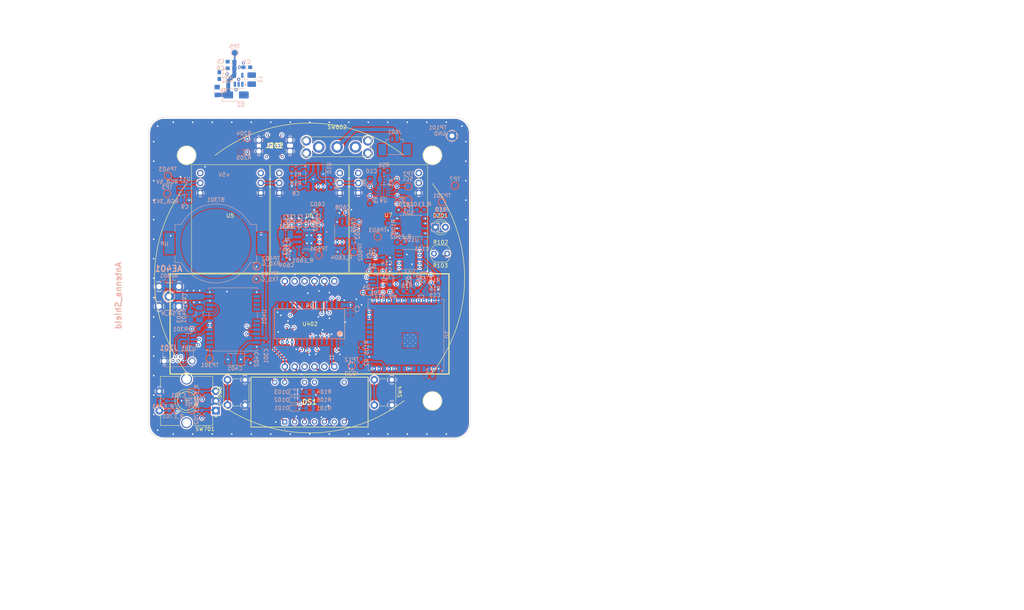
<source format=kicad_pcb>
(kicad_pcb (version 20240108) (generator "pcbnew") (generator_version "8.0")
  (layers (0 "F.Cu" signal "F.Cu_SIG") (1 "In1.Cu" power "In1.Cu_GND") (2 "In2.Cu" power "In2.Cu_POWER") (3 "In3.Cu" signal "In3.Cu_SIG") (4 "In4.Cu" power "In4.Cu_GND") (31 "B.Cu" signal "B.Cu_SIG") (34 "B.Paste" user) (35 "F.Paste" user) (36 "B.SilkS" user "B.Silkscreen") (37 "F.SilkS" user "F.Silkscreen") (38 "B.Mask" user) (39 "F.Mask" user) (44 "Edge.Cuts" user))
  (net 0 "")
  (net 1 "GND")
  (net 2 "+3V3")
  (net 3 "+5V")
  (net 4 "Net-(D2-A)")
  (net 5 "/Display/SDA_5V")
  (net 6 "Net-(U10-E0)")
  (net 7 "Net-(U10-E1)")
  (net 8 "Net-(U10-E2)")
  (net 11 "/Display/SCL_5V")
  (net 12 "/DT")
  (net 13 "/CLK")
  (net 14 "/SW")
  (net 16 "Net-(U5-DO)")
  (net 17 "Net-(U6-DO)")
  (net 18 "/VUSB")
  (net 20 "Net-(D2-K)")
  (net 21 "/Display/g")
  (net 22 "/Display/d")
  (net 23 "/Display/f")
  (net 24 "/Display/e")
  (net 25 "/Display/CCL123")
  (net 26 "/Display/a")
  (net 27 "/Display/c")
  (net 28 "/Display/CC3")
  (net 32 "Net-(U9-EN)")
  (net 33 "/VBATT")
  (net 34 "Net-(C403-Pad2)")
  (net 36 "/Display/CC1")
  (net 37 "Net-(D6-K)")
  (net 38 "Net-(Q2-B)")
  (net 39 "/ESP/RTS")
  (net 40 "/ESP/DTR")
  (net 47 "Net-(C602-Pad1)")
  (net 48 "/ESP/EN")
  (net 50 "/Display/DP")
  (net 52 "Net-(D601-K)")
  (net 53 "/ESP/Tx")
  (net 54 "/ESP/IO5")
  (net 55 "/ESP/Rx")
  (net 57 "Net-(U14-TXD)")
  (net 59 "Net-(U14-V3)")
  (net 60 "/ESP/D-")
  (net 61 "/ESP/D+")
  (net 62 "/ESP/RST")
  (net 63 "Net-(R2-Pad2)")
  (net 64 "Net-(U401-VCC_RF)")
  (net 65 "/RGB")
  (net 66 "/Pulse")
  (net 67 "/GNSS_TxD")
  (net 68 "/GNSS_RxD")
  (net 69 "Net-(U11-Y)")
  (net 79 "Net-(U401-VDD_USB)")
  (net 80 "Net-(J301-D+)")
  (net 81 "Net-(J301-D-)")
  (net 83 "Net-(U401-~{SAFEBOOT})")
  (net 84 "Net-(U401-USB_DM)")
  (net 85 "Net-(U401-USB_DP)")
  (net 86 "/Display/b")
  (net 87 "/Display/CC2")
  (net 88 "Net-(D7-K)")
  (net 89 "/Display/CC11")
  (net 90 "Net-(U102-IO3)")
  (net 93 "/Display/CC44")
  (net 94 "/Display/CC22")
  (net 96 "/Display/CC33")
  (net 97 "/ESP/VCC")
  (net 99 "Net-(AE301-A)")
  (net 100 "/LIGHT_SENS")
  (net 101 "Net-(D201-A)")
  (net 102 "Net-(D101-A)")
  (net 103 "Net-(D102-A)")
  (net 104 "Net-(C604-Pad1)")
  (net 105 "Net-(J601-Pin_2)")
  (net 106 "Net-(J601-Pin_1)")
  (net 107 "Net-(U601-SW)")
  (net 108 "/SCL_3V3")
  (net 109 "/SDA_3V3")
  (net 110 "Net-(U601-KEY)")
  (net 111 "Net-(U602-ROSC)")
  (net 112 "Net-(U601-LED3)")
  (net 113 "Net-(U602-IO0)")
  (net 114 "Net-(BT301-+)")
  (net 115 "Net-(U102-IO2)")
  (net 116 "/CS_N")
  (net 117 "/MOSI")
  (net 118 "/MISO")
  (net 119 "/SCK")
  (net 120 "Net-(R_E701-Pad1)")
  (net 121 "Net-(D103-A)")
  (net 122 "Net-(J202-CC1)")
  (net 123 "Net-(J202-SBU2)")
  (net 124 "Net-(U201-EN)")
  (net 126 "/IO3")
  (net 127 "/IO2")
  (net 128 "/ESP/D4")
  (net 129 "/ESP/D9")
  (net 130 "/ESP/D7")
  (net 136 "/ESP/A0")
  (net 137 "/ESP/A2")
  (net 138 "/ESP/A1")
  (footprint "Button_Switch_THT:MSN22AFW01" (layer "F.Cu") (at 101.07 44.76)
    (property "Reference" "SW602")
    (property "Value" "MSN22AFW01")
  )
  (footprint "7seg_rgb:7seg_1x1_rgb" (layer "F.Cu") (at 94 66.9)
    (property "Reference" "U6")
    (property "Value" "7seg_1x1_rgb")
  )
  (footprint "MountingHole:MountingHole_4.3mm_M4" (layer "F.Cu") (at 125.5 114.5)
    (property "Reference" "REF**" (hide yes))
    (property "Value" "MountingHole_4.3mm_M4" (hide yes))
  )
  (footprint "Button_Switch_THT:SW_PUSH_6mm" (layer "F.Cu") (at 72.975 115.575 90)
    (property "Reference" "SW3")
    (property "Value" "FSM14JLH")
  )
  (footprint "7seg_rgb:7seg_4x1" (layer "F.Cu") (at 94 94.751)
    (property "Reference" "U402")
    (property "Value" "KW4-804CGB")
  )
  (footprint "Resistor_SMD:R_0603_1608Metric_Pad0.98x0.95mm_HandSolder" (layer "F.Cu") (at 127.55 76.7125 -90)
    (property "Reference" "R103")
    (property "Value" "6k")
  )
  (footprint "MountingHole:MountingHole_4.3mm_M4" (layer "F.Cu") (at 125.5 51.5)
    (property "Reference" "REF**" (hide yes))
    (property "Value" "MountingHole_4.3mm_M4" (hide yes))
  )
  (footprint "LED_THT:LED_D3.0mm" (layer "F.Cu") (at 126.275 69.925)
    (property "Reference" "D201")
    (property "Value" "LED")
  )
  (footprint "7seg_rgb:7seg_1x1_rgb" (layer "F.Cu") (at 73.75 66.9)
    (property "Reference" "U5")
    (property "Value" "7seg_1x1_rgb")
  )
  (footprint "MountingHole:MountingHole_4.3mm_M4" (layer "F.Cu") (at 62.5 51.5)
    (property "Reference" "REF**" (hide yes))
    (property "Value" "MountingHole_4.3mm_M4" (hide yes))
  )
  (footprint "KiCad:USB4145030230C" (layer "F.Cu") (at 85.01 49.01)
    (property "Reference" "J202")
    (property "Value" "USB4145-03-0230-C" (hide yes))
  )
  (footprint "OptoDevice:R_LDR_5.1x4.3mm_P3.4mm_Vertical" (layer "F.Cu") (at 125.9 76.7125)
    (property "Reference" "R102")
    (property "Value" "R_Photo")
  )
  (footprint "7seg_rgb:7seg_1x1_rgb" (layer "F.Cu") (at 114.25 66.9)
    (property "Reference" "U7")
    (property "Value" "7seg_1x1_rgb")
  )
  (footprint "Display_7Segment:LTC4724JF" (layer "F.Cu") (at 87.65 119.88)
    (property "Reference" "DS1")
    (property "Value" "LTC-4724JF" (hide yes))
  )
  (footprint "Rotary_Encoder:RotaryEncoder_Alps_EC12E-Switch_Vertical_H20mm_CircularMountingHoles" (layer "F.Cu") (at 70 117 180)
    (property "Reference" "SW701")
    (property "Value" "RotaryEncoder")
  )
  (footprint "Button_Switch_THT:SW_PUSH_6mm" (layer "F.Cu") (at 110.6 115.575 90)
    (property "Reference" "SW4")
    (property "Value" "FSM14JLH")
  )
  (footprint "Package_SO:SOIC-8_3.9x4.9mm_P1.27mm" (layer "B.Cu") (at 95.585 57.005 -90)
    (property "Reference" "U10")
    (property "Value" "24C32")
  )
  (footprint "Resistor_SMD:R_0603_1608Metric_Pad0.98x0.95mm_HandSolder" (layer "B.Cu") (at 94.065 112.22 180)
    (property "Reference" "R104")
    (property "Value" "2k")
  )
  (footprint "Resistor_SMD:R_0603_1608Metric_Pad0.98x0.95mm_HandSolder" (layer "B.Cu") (at 96.905 68.305 -90)
    (property "Reference" "R_E602")
    (property "Value" "2R")
  )
  (footprint "Resistor_SMD:R_0603_1608Metric_Pad0.98x0.95mm_HandSolder" (layer "B.Cu") (at 87.055 75.355 90)
    (property "Reference" "R_E603")
    (property "Value" "2R")
  )
  (footprint "Diode_SMD:D_0603_1608Metric_Pad1.05x0.95mm_HandSolder" (layer "B.Cu") (at 123.4075 83.03 -90)
    (property "Reference" "D6")
    (property "Value" "D")
  )
  (footprint "Capacitor_SMD:C_0603_1608Metric_Pad1.08x0.95mm_HandSolder" (layer "B.Cu") (at 73.875 27.475 180)
    (property "Reference" "C5")
    (property "Value" "10uF")
  )
  (footprint "Diode_SMD:D_0603_1608Metric_Pad1.05x0.95mm_HandSolder" (layer "B.Cu") (at 90.565 114.27)
    (property "Reference" "D102")
    (property "Value" "+5V")
  )
  (footprint "TestPoint:TestPoint_Pad_D1.5mm" (layer "B.Cu") (at 105.3875 76.3 90)
    (property "Reference" "TP602")
    (property "Value" "IO0")
  )
  (footprint "TestPoint:TestPoint_Pad_D1.5mm" (layer "B.Cu") (at 63.825 112.15 180)
    (property "Reference" "TP702")
    (property "Value" "DT")
  )
  (footprint "Capacitor_Tantalum_SMD:CP_EIA-3528-15_AVX-H_Pad1.50x2.35mm_HandSolder" (layer "B.Cu") (at 74.75 103.85 180)
    (property "Reference" "C401")
    (property "Value" "10uF")
  )
  (footprint "TestPoint:TestPoint_Pad_D1.5mm" (layer "B.Cu") (at 131.275 59.275 180)
    (property "Reference" "TP7")
    (property "Value" "+3V3")
  )
  (footprint "Resistor_SMD:R_0603_1608Metric_Pad0.98x0.95mm_HandSolder" (layer "B.Cu") (at 118.9825 86.405 180)
    (property "Reference" "R20")
    (property "Value" "10k")
  )
  (footprint "w_conn_rf:lemo_epb00250ntn" (layer "B.Cu") (at 57.95 87.7 -90)
    (property "Reference" "AE401")
    (property "Value" "Antenna_Shield")
  )
  (footprint "Diode_SMD:D_0603_1608Metric_Pad1.05x0.95mm_HandSolder" (layer "B.Cu") (at 114.5825 83.83 -90)
    (property "Reference" "D7")
    (property "Value" "D")
  )
  (footprint "Diode_SMD:D_0603_1608Metric_Pad1.05x0.95mm_HandSolder" (layer "B.Cu") (at 108.5525 86.69 180)
    (property "Reference" "D4")
    (property "Value" "D")
  )
  (footprint "Capacitor_SMD:C_0603_1608Metric_Pad1.08x0.95mm_HandSolder" (layer "B.Cu") (at 102.4875 66.275 180)
    (property "Reference" "C608")
    (property "Value" "100n")
  )
  (footprint "Package_SO:SOP-8L" (layer "B.Cu") (at 93.905 73.055 180)
    (property "Reference" "U601")
    (property "Value" "IP5306")
  )
  (footprint "Capacitor_SMD:C_0603_1608Metric_Pad1.08x0.95mm_HandSolder" (layer "B.Cu") (at 88.105 78.23)
    (property "Reference" "C604")
    (property "Value" "10u")
  )
  (footprint "Resistor_SMD:R_0603_1608Metric_Pad0.98x0.95mm_HandSolder" (layer "B.Cu") (at 77.17 47.3 180)
    (property "Reference" "R204")
    (property "Value" "5k1")
  )
  (footprint "Resistor_SMD:R_0603_1608Metric_Pad0.98x0.95mm_HandSolder" (layer "B.Cu") (at 114.12 69.8525 90)
    (property "Reference" "R108")
    (property "Value" "0R")
  )
  (footprint "Capacitor_SMD:C_0603_1608Metric_Pad1.08x0.95mm_HandSolder" (layer "B.Cu") (at 93.08 68.455 -90)
    (property "Reference" "C607")
    (property "Value" "22u")
  )
  (footprint "Capacitor_SMD:C_0805_2012Metric_Pad1.18x1.45mm_HandSolder" (layer "B.Cu") (at 104.5 90.9375 -90)
    (property "Reference" "C7")
    (property "Value" "100nF")
  )
  (footprint "Package_TO_SOT_SMD:SOT-23-5" (layer "B.Cu") (at 61.9625 60)
    (property "Reference" "U11")
    (property "Value" "SN74LV1T34DBVRG4")
  )
  (footprint "Diode_SMD:D_0603_1608Metric_Pad1.05x0.95mm_HandSolder" (layer "B.Cu") (at 87.48 68.48 90)
    (property "Reference" "D601")
    (property "Value" "D")
  )
  (footprint "Resistor_SMD:R_0603_1608Metric_Pad0.98x0.95mm_HandSolder" (layer "B.Cu") (at 77.15 50.65)
    (property "Reference" "R205")
    (property "Value" "5k1")
  )
  (footprint "Capacitor_SMD:C_0603_1608Metric_Pad1.08x0.95mm_HandSolder" (layer "B.Cu") (at 89.38 68.455 -90)
    (property "Reference" "C605")
    (property "Value" "22u")
  )
  (footprint "Package_TO_SOT_SMD:SOT-23-3" (layer "B.Cu") (at 120.755 83.3925 90)
    (property "Reference" "Q2")
    (property "Value" "S8050")
  )
  (footprint "TestPoint:TestPoint_THTPad_D2.5mm_Drill1.2mm" (layer "B.Cu") (at 130.5 46.5)
    (property "Reference" "TP101")
    (property "Value" "GND")
  )
  (footprint "TestPoint:TestPoint_Pad_D1.5mm" (layer "B.Cu") (at 68.4 103.65)
    (property "Reference" "TP301")
    (property "Value" "SAFEBOOT_N")
  )
  (footprint "Resistor_SMD:R_0603_1608Metric_Pad0.98x0.95mm_HandSolder" (layer "B.Cu") (at 59 117)
    (property "Reference" "R_E701")
    (property "Value" "10k")
  )
  (footprint "TestPoint:TestPoint_Pad_D1.5mm" (layer "B.Cu") (at 119.3175 59.465 180)
    (property "Reference" "TP2")
    (property "Value" "SCL")
  )
  (footprint "Resistor_SMD:R_0603_1608Metric_Pad0.98x0.95mm_HandSolder" (layer "B.Cu") (at 94.065 116.37 180)
    (property "Reference" "R101")
    (property "Value" "2k")
  )
  (footprint "RF_GPS:ublox_NEO" (layer "B.Cu") (at 74.45 93.6)
    (property "Reference" "U401")
    (property "Value" "NEO-M9N")
  )
  (footprint "Package_TO_SOT_SMD:SOT-23-5_HandSoldering" (layer "B.Cu") (at 111.445 83.85)
    (property "Reference" "U201")
    (property "Value" "RT9080")
  )
  (footprint "Resistor_SMD:R_0603_1608Metric_Pad0.98x0.95mm_HandSolder" (layer "B.Cu") (at 109.5175 62.915 90)
    (property "Reference" "R5")
    (property "Value" "10k")
  )
  (footprint "Capacitor_SMD:C_0603_1608Metric_Pad1.08x0.95mm_HandSolder" (layer "B.Cu") (at 113.6825 79.505)
    (property "Reference" "C11")
    (property "Value" "10u")
  )
  (footprint "Inductor_SMD:L_1008_2520Metric_Pad1.43x2.20mm_HandSolder" (layer "B.Cu") (at 79.175 32.075 -90)
    (property "Reference" "L1")
    (property "Value" "2.2 uH")
  )
  (footprint "Package_TO_SOT_SMD:SOT-23-3" (layer "B.Cu") (at 117.1575 83.3925 90)
    (property "Reference" "Q3")
    (property "Value" "S8050")
  )
  (footprint "Capacitor_SMD:C_0603_1608Metric_Pad1.08x0.95mm_HandSolder" (layer "B.Cu") (at 60.35 114.525)
    (property "Reference" "C701")
    (property "Value" "100n")
  )
  (footprint "Capacitor_SMD:C_0603_1608Metric_Pad1.08x0.95mm_HandSolder" (layer "B.Cu") (at 113.6575 81.255)
    (property "Reference" "C3")
    (property "Value" "10u")
  )
  (footprint "Package_TO_SOT_SMD:SOT-23" (layer "B.Cu") (at 109.9575 78.655 180)
    (property "Reference" "Q1")
    (property "Value" "IRLML5203")
  )
  (footprint "Resistor_SMD:R_0603_1608Metric_Pad0.98x0.95mm_HandSolder" (layer "B.Cu") (at 66.425 117.85 -90)
    (property "Reference" "R_E702")
    (property "Value" "10k")
  )
  (footprint "Capacitor_SMD:C_0603_1608Metric_Pad1.08x0.95mm_HandSolder" (layer "B.Cu") (at 77.925 28.9 180)
    (property "Reference" "C4")
    (property "Value" "10uF")
  )
  (footprint "TestPoint:TestPoint_Pad_D1.5mm" (layer "B.Cu") (at 74.825 25.2125 180)
    (property "Reference" "TP5")
    (property "Value" "+5V")
  )
  (footprint "Resistor_SMD:R_0603_1608Metric_Pad0.98x0.95mm_HandSolder" (layer "B.Cu") (at 127.7 66.875 180)
    (property "Reference" "R10")
    (property "Value" "2k")
  )
  (footprint "Resistor_SMD:R_1206_3216Metric_Pad1.30x1.75mm_HandSolder" (layer "B.Cu") (at 65.8 92.15 90)
    (property "Reference" "R401")
    (property "Value" "10")
  )
  (footprint "Resistor_SMD:R_0603_1608Metric_Pad0.98x0.95mm_HandSolder" (layer "B.Cu") (at 109.9325 75.905)
    (property "Reference" "R12")
    (property "Value" "10k")
  )
  (footprint "Diode_SMD:D_0603_1608Metric_Pad1.05x0.95mm_HandSolder" (layer "B.Cu") (at 90.565 112.22)
    (property "Reference" "D103")
    (property "Value" "VUSB")
  )
  (footprint "Package_SO:SO-8_3.9x4.9mm_P1.27mm" (layer "B.Cu") (at 102.9875 71.175 90)
    (property "Reference" "U602")
    (property "Value" "STC3100IST")
  )
  (footprint "Capacitor_SMD:C_0805_2012Metric_Pad1.18x1.45mm_HandSolder" (layer "B.Cu") (at 90.47 59.505)
    (property "Reference" "C8")
    (property "Value" "100nF")
  )
  (footprint "TestPoint:TestPoint_Pad_D1.5mm" (layer "B.Cu") (at 96.355 77.13 180)
    (property "Reference" "TP601")
    (property "Value" "LED_3")
  )
  (footprint "RF_Module:ESP32-WROOM-32UE" (layer "B.Cu") (at 118.715 97.5 90)
    (property "Reference" "U1")
    (property "Value" "ESP32-WROOM-32E")
  )
  (footprint "Resistor_SMD:R_0603_1608Metric_Pad0.98x0.95mm_HandSolder" (layer "B.Cu") (at 99.5 58.825 90)
    (property "Reference" "R19")
    (property "Value" "4k7")
  )
  (footprint "Capacitor_SMD:C_0603_1608Metric_Pad1.08x0.95mm_HandSolder" (layer "B.Cu") (at 106.6875 69.425 -90)
    (property "Reference" "C609")
    (property "Value" "100n")
  )
  (footprint "Resistor_SMD:R_0603_1608Metric_Pad0.98x0.95mm_HandSolder" (layer "B.Cu") (at 116.4675 62.915 90)
    (property "Reference" "R4")
    (property "Value" "10k")
  )
  (footprint "Resistor_SMD:R_0603_1608Metric_Pad0.98x0.95mm_HandSolder" (layer "B.Cu") (at 126.105 84.21)
    (property "Reference" "R16")
    (property "Value" "2k2")
  )
  (footprint "Capacitor_SMD:C_0805_2012Metric_Pad1.18x1.45mm_HandSolder" (layer "B.Cu") (at 113.0875 57.665 180)
    (property "Reference" "C10")
    (property "Value" "100nF")
  )
  (footprint "TestPoint:TestPoint_Pad_D1.5mm" (layer "B.Cu") (at 80.4 83.25 180)
    (property "Reference" "TP401")
    (property "Value" "GNSS_TXD")
  )
  (footprint "Capacitor_SMD:C_0603_1608Metric_Pad1.08x0.95mm_HandSolder" (layer "B.Cu") (at 70.875 31.05 90)
    (property "Reference" "C102")
    (property "Value" "470u")
  )
  (footprint "KiCad:USB3145301A" (layer "B.Cu") (at 60.325 103.93)
    (property "Reference" "J301")
    (property "Value" "USB_B_Micro" (hide yes))
  )
  (footprint "TestPoint:TestPoint_Pad_D1.5mm" (layer "B.Cu") (at 57.5 61.35 180)
    (property "Reference" "TP3")
    (property "Value" "RGB_3V3")
  )
  (footprint "Diode_SMD:D_0603_1608Metric_Pad1.05x0.95mm_HandSolder" (layer "B.Cu") (at 110.0575 81.28 180)
    (property "Reference" "D3")
    (property "Value" "D")
  )
  (footprint "Resistor_SMD:R_0603_1608Metric_Pad0.98x0.95mm_HandSolder" (layer "B.Cu") (at 109.5175 58.465 -90)
    (property "Reference" "R6")
    (property "Value" "10k")
  )
  (footprint "Resistor_SMD:R_0603_1608Metric_Pad0.98x0.95mm_HandSolder" (layer "B.Cu") (at 115.455 86.455)
    (property "Reference" "R9")
    (property "Value" "10k")
  )
  (footprint "Resistor_SMD:R_0603_1608Metric_Pad0.98x0.95mm_HandSolder" (layer "B.Cu") (at 56.5 114.525)
    (property "Reference" "R_E703")
    (property "Value" "1k")
  )
  (footprint "Resistor_SMD:R_0603_1608Metric_Pad0.98x0.95mm_HandSolder" (layer "B.Cu") (at 107.18 100.83 90)
    (property "Reference" "R105")
    (property "Value" "0R")
  )
  (footprint "Capacitor_SMD:C_0805_2012Metric_Pad1.18x1.45mm_HandSolder" (layer "B.Cu") (at 63.45 92.65 90)
    (property "Reference" "C403")
    (property "Value" "10n")
  )
  (footprint "Package_SO:SSOP-10-1EP_3.9x4.9mm_P1mm_EP2.1x3.3mm" (layer "B.Cu") (at 119.5925 78.19)
    (property "Reference" "U14")
    (property "Value" "CH340K")
  )
  (footprint "Diode_SMD:D_0603_1608Metric_Pad1.05x0.95mm_HandSolder" (layer "B.Cu") (at 90.565 116.37)
    (property "Reference" "D101")
    (property "Value" "+3V3")
  )
  (footprint "Package_TO_SOT_SMD:SOT-23-8" (layer "B.Cu") (at 112.9975 60.615 180)
    (property "Reference" "U9")
    (property "Value" "TCA39306DDFR")
  )
  (footprint "Inductor_SMD:L_1008_2520Metric_Pad1.43x2.20mm_HandSolder" (layer "B.Cu") (at 87.8925 71.855 180)
    (property "Reference" "L601")
    (property "Value" "1uH")
  )
  (footprint "Resistor_SMD:R_0603_1608Metric_Pad0.98x0.95mm_HandSolder" (layer "B.Cu") (at 111.995 86.64)
    (property "Reference" "R11")
    (property "Value" "200k")
  )
  (footprint "Resistor_SMD:R_0603_1608Metric_Pad0.98x0.95mm_HandSolder" (layer "B.Cu") (at 116.4675 58.465 -90)
    (property "Reference" "R3")
    (property "Value" "10k")
  )
  (footprint "Capacitor_SMD:C_0603_1608Metric_Pad1.08x0.95mm_HandSolder" (layer "B.Cu") (at 96.0425 65.455 180)
    (property "Reference" "C602")
    (property "Value" "10u")
  )
  (footprint "Resistor_SMD:R_0603_1608Metric_Pad0.98x0.95mm_HandSolder" (layer "B.Cu") (at 64.65 96)
    (property "Reference" "R301")
    (property "Value" "0R")
  )
  (footprint "Diode_SMD:D_SMA" (layer "B.Cu") (at 75.165 36.00493)
    (property "Reference" "D2")
    (property "Value" "B120-E3")
  )
  (footprint "Resistor_SMD:R_0603_1608Metric_Pad0.98x0.95mm_HandSolder" (layer "B.Cu") (at 117.76 65.51 180)
    (property "Reference" "R107")
    (property "Value" "0R")
  )
  (footprint "Resistor_SMD:R_0603_1608Metric_Pad0.98x0.95mm_HandSolder" (layer "B.Cu") (at 94.065 114.27 180)
    (property "Reference" "R106")
    (property "Value" "2k")
  )
  (footprint "Capacitor_SMD:C_0603_1608Metric_Pad1.08x0.95mm_HandSolder" (layer "B.Cu") (at 78.9 103.85 -90)
    (property "Reference" "C402")
    (property "Value" "1uF")
  )
  (footprint "Capacitor_SMD:C_0603_1608Metric_Pad1.08x0.95mm_HandSolder" (layer "B.Cu") (at 82.9 99.325 -90)
    (property "Reference" "C301")
    (property "Value" "1uF")
  )
  (footprint "TestPoint:TestPoint_Pad_D1.5mm" (layer "B.Cu") (at 80.45 79.95 180)
    (property "Reference" "TP402")
    (property "Value" "GNSS_RXD")
  )
  (footprint "TestPoint:TestPoint_Pad_D1.5mm" (layer "B.Cu") (at 104.81 105.54 180)
    (property "Reference" "TP12")
    (property "Value" "IO22")
  )
  (footprint "Resistor_SMD:R_0603_1608Metric_Pad0.98x0.95mm_HandSolder" (layer "B.Cu") (at 90.47 57.28)
    (property "Reference" "R18")
    (property "Value" "4k7")
  )
  (footprint "Inductor_SMD:L_0402_1005Metric_Pad0.77x0.64mm_HandSolder" (layer "B.Cu") (at 63.2625 88.7775 -90)
    (property "Reference" "L401")
    (property "Value" "27nH")
  )
  (footprint "Capacitor_SMD:C_0603_1608Metric_Pad1.08x0.95mm_HandSolder" (layer "B.Cu") (at 122.5075 86.405)
    (property "Reference" "C1")
    (property "Value" "100n")
  )
  (footprint "Capacitor_SMD:C_0603_1608Metric_Pad1.08x0.95mm_HandSolder" (layer "B.Cu") (at 89.18 75.205 -90)
    (property "Reference" "C603")
    (property "Value" "10u")
  )
  (footprint "Resistor_SMD:R_0603_1608Metric_Pad0.98x0.95mm_HandSolder" (layer "B.Cu") (at 66.5 113.05 -90)
    (property "Reference" "R_E704")
    (property "Value" "10k")
  )
  (footprint "Capacitor_SMD:C_0603_1608Metric_Pad1.08x0.95mm_HandSolder" (layer "B.Cu") (at 124.755 108.23 180)
    (property "Reference" "C2")
    (property "Value" "100n")
  )
  (footprint "Resistor_SMD:R_0805_2012Metric_Pad1.20x1.40mm_HandSolder" (layer "B.Cu") (at 70.325 35 90)
    (property "Reference" "R1")
    (property "Value" "0R")
  )
  (footprint "Resistor_SMD:R_0603_1608Metric_Pad0.98x0.95mm_HandSolder" (layer "B.Cu") (at 117.37 73.8 180)
    (property "Reference" "R_E102")
    (property "Value" "10k")
  )
  (footprint "Battery:BatteryHolder_MPD_BC2003_1x2032" (layer "B.Cu") (at 69.975 74.1 180)
    (property "Reference" "BT301")
    (property "Value" "Battery")
  )
  (footprint "TestPoint:TestPoint_Pad_D1.5mm" (layer "B.Cu") (at 119.3175 62.915 180)
    (property "Reference" "TP1")
    (property "Value" "SDA")
  )
  (footprint "Capacitor_SMD:C_0603_1608Metric_Pad1.08x0.95mm_HandSolder" (layer "B.Cu") (at 91.23 68.455 -90)
    (property "Reference" "C606")
    (property "Value" "22u")
  )
  (footprint "w_smd_dil:soic-28" (layer "B.Cu") (at 94 94.7 180)
    (property "Reference" "U4")
    (property "Value" "HT16k33" (hide yes))
  )
  (footprint "Resistor_SMD:R_0603_1608Metric_Pad0.98x0.95mm_HandSolder" (layer "B.Cu") (at 122.47 65.47 180)
    (property "Reference" "R_E101")
    (property "Value" "10k")
  )
  (footprint "Capacitor_SMD:C_0805_2012Metric_Pad1.18x1.45mm_HandSolder" (layer "B.Cu") (at 62.0725 62.97)
    (property "Reference" "C9")
    (property "Value" "100nF")
  )
  (footprint "Package_SO:SOIC-8_5.23x5.23mm_P1.27mm" (layer "B.Cu") (at 120.06 69.6)
    (property "Reference" "U102")
    (property "Value" "W25Q128JFV")
  )
  (footprint "Capacitor_SMD:C_0805_2012Metric_Pad1.18x1.45mm_HandSolder" (layer "B.Cu") (at 122.75 73.79)
    (property "Reference" "C101")
    (property "Value" "100nF")
  )
  (footprint "Resistor_SMD:R_0603_1608Metric_Pad0.98x0.95mm_HandSolder" (layer "B.Cu") (at 102.1875 76.275)
    (property "Reference" "R_E604")
    (property "Value" "200k")
  )
  (footprint "Resistor_SMD:R_0603_1608Metric_Pad0.98x0.95mm_HandSolder" (layer "B.Cu") (at 126.005 82.08)
    (property "Reference" "R15")
    (property "Value" "220")
  )
  (footprint "TestPoint:TestPoint_Pad_D1.5mm" (layer "B.Cu") (at 127.94 63.5 180)
    (property "Reference" "TP201")
    (property "Value" "FLED")
  )
  (footprint "Capacitor_SMD:C_0603_1608Metric_Pad1.08x0.95mm_HandSolder" (layer "B.Cu") (at 73.875 29.175 180)
    (property "Reference" "C6")
    (property "Value" "10uF")
  )
  (footprint "Connector_Coaxial:U.FL_Molex_MCRF_73412-0110_Vertical" (layer "B.Cu") (at 58.001 85 180)
    (property "Reference" "AE301")
    (property "Value" "Antenna_Shield")
  )
  (footprint "Package_TO_SOT_SMD:SOT-23-6" (layer "B.Cu") (at 63 98.7375)
    (property "Reference" "U301")
    (property "Value" "USBLC6-2SC6")
  )
  (footprint "TestPoint:TestPoint_Pad_D1.5mm" (layer "B.Cu") (at 63.825 116.875 180)
    (property "Reference" "TP701")
    (property "Value" "CLK")
  )
  (footprint "Resistor_SMD:R_0603_1608Metric_Pad0.98x0.95mm_HandSolder" (layer "B.Cu") (at 92.305 77.03)
    (property "Reference" "R_E601")
    (property "Value" "10k")
  )
  (footprint "TestPoint:TestPoint_Pad_D1.5mm" (layer "B.Cu") (at 111.48 72.35 180)
    (property "Reference" "TP603")
    (property "Value" "+5V")
  )
  (footprint "TestPoint:TestPoint_Pad_D1.5mm" (layer "B.Cu") (at 57.7 56.7 180)
    (property "Reference" "TP403")
    (property "Value" "RGB_5V")
  )
  (footprint "Capacitor_SMD:C_0603_1608Metric_Pad1.08x0.95mm_HandSolder" (layer "B.Cu") (at 113.7575 77.73)
    (property "Reference" "C14")
    (property "Value" "100n")
  )
  (footprint "Resistor_SMD:R_0603_1608Metric_Pad0.98x0.95mm_HandSolder" (layer "B.Cu") (at 107.17 104.64 90)
    (property "Reference" "R2")
    (property "Value" "220")
  )
  (footprint "Connector_Molex:Molex_PicoBlade_53398-0271_1x02-1MP_P1.25mm_Vertical" (layer "B.Cu") (at 115.82 48.58 180)
    (property "Reference" "J601")
    (property "Value" "BATT")
  )
  (footprint "Resistor_SMD:R_0603_1608Metric_Pad0.98x0.95mm_HandSolder" (layer "B.Cu") (at 90.47 54.98)
    (property "Reference" "R17")
    (property "Value" "4k7")
  )
  (footprint "Package_TO_SOT_SMD:SOT-23-5" (layer "B.Cu") (at 75.825 32.125 90)
    (property "Reference" "U2")
    (property "Value" "TPS613222ADBVR")
  )
  (footprint "Capacitor_SMD:C_0603_1608Metric_Pad1.08x0.95mm_HandSolder" (layer "B.Cu") (at 126.11 85.95)
    (property "Reference" "C15")
    (property "Value" "100n")
  )
  (footprint "Capacitor_SMD:C_0603_1608Metric_Pad1.08x0.95mm_HandSolder" (layer "B.Cu") (at 94.88 68.305 90)
    (property "Reference" "C601")
    (property "Value" "10u")
  )
  (footprint "Resistor_SMD:R_0603_1608Metric_Pad0.98x0.95mm_HandSolder" (layer "B.Cu") (at 113.0675 55.415 180)
    (property "Reference" "RS1")
    (property "Value" "200k")
  )
  (gr_arc (start 125.5 58.75) (mid 133.75313 83) (end 125.5 107.25) (stroke (width 0.15)) (layer "F.SilkS"))
  (gr_arc (start 118.26993 114.426334) (mid 94.06993 122.7) (end 69.86993 114.426334) (stroke (width 0.15)) (layer "F.SilkS"))
  (gr_arc (start 69.8 51.5) (mid 94 43.226334) (end 118.2 51.5) (stroke (width 0.15)) (layer "F.SilkS"))
  (gr_circle (center 62.5 114.5) (end 64.9 114.5) (stroke (width 0.15)) (fill none) (layer "F.SilkS"))
  (gr_circle (center 125.5 51.5) (end 127.9 51.5) (stroke (width 0.15)) (fill none) (layer "F.SilkS"))
  (gr_circle (center 62.5 51.5) (end 64.9 51.5) (stroke (width 0.15)) (fill none) (layer "F.SilkS"))
  (gr_circle (center 125.5 114.5) (end 127.9 114.5) (stroke (width 0.15)) (fill none) (layer "F.SilkS"))
  (gr_arc (start 62.5 107.25) (mid 54.260676 83) (end 62.5 58.75) (stroke (width 0.15)) (layer "F.SilkS"))
  (gr_arc (start 52.75 45.75) (mid 53.921578 42.921578) (end 56.75 41.75) (stroke (width 0.1)) (layer "Edge.Cuts"))
  (gr_line (start 131.171573 41.75) (end 56.75 41.75) (stroke (width 0.1)) (layer "Edge.Cuts"))
  (gr_arc (start 56.578427 124.25) (mid 53.819579 123.003647) (end 52.75 120.171573) (stroke (width 0.1)) (layer "Edge.Cuts"))
  (gr_arc (start 135.25 120.171573) (mid 134.055462 123.055454) (end 131.171573 124.25) (stroke (width 0.1)) (layer "Edge.Cuts"))
  (gr_line (start 56.578427 124.25) (end 131.171573 124.25) (stroke (width 0.1)) (layer "Edge.Cuts"))
  (gr_arc (start 131.171573 41.75) (mid 134.055464 42.944536) (end 135.25 45.828427) (stroke (width 0.1)) (layer "Edge.Cuts"))
  (gr_line (start 52.75 45.75) (end 52.75 120.171573) (stroke (width 0.1)) (layer "Edge.Cuts"))
  (gr_line (start 135.25 45.828427) (end 135.25 120.171573) (stroke (width 0.1)) (layer "Edge.Cuts"))
  (gr_text "SCL" (at 120.66 58.13 0) (layer "B.SilkS") (effects (font (size 1 1)) (justify left bottom mirror)))
  (gr_text "SB_N" (at 59.85 92.6 0) (layer "B.SilkS") (effects (font (size 1 1)) (justify left bottom mirror)))
  (gr_text "UP" (at 57.95 74.8 0) (layer "B.SilkS") (effects (font (size 1 1)) (justify left bottom mirror)))
  (gr_text "RGB_3V3" (at 60.53 63.88 0) (layer "B.SilkS") (effects (font (size 1 1)) (justify left bottom mirror)))
  (gr_text "SDA" (at 120.89 66.81 0) (layer "B.SilkS") (effects (font (size 1 1)) (justify left bottom mirror)))
  (gr_text "RGB_5V" (at 60.4 58.9 0) (layer "B.SilkS") (effects (font (size 1 1)) (justify left bottom mirror)))
  (gr_text "RXD_G" (at 86.62 79.89 0) (layer "B.SilkS") (effects (font (size 1 1)) (justify left bottom mirror)))
  (gr_text "FLED" (at 129.79 65.95 0) (layer "B.SilkS") (effects (font (size 1 1)) (justify left bottom mirror)))
  (gr_text "IO22" (at 106.56 108.04 0) (layer "B.SilkS") (effects (font (size 1 1)) (justify left bottom mirror)))
  (gr_text "+5V" (at 73.82 57.04 0) (layer "B.SilkS") (effects (font (size 1 1)) (justify left bottom mirror)))
  (gr_text "GND" (at 129.05 46.5 0) (layer "B.SilkS") (effects (font (size 1 1)) (justify left bottom mirror)))
  (gr_text "TXD_G" (at 86.2 83.9 0) (layer "B.SilkS") (effects (font (size 1 1)) (justify left bottom mirror)))
  (segment (start 85.76 47.525) (end 85.76 46.14) (width 0.2) (layer "F.Cu") (net 1))
  (segment (start 92.73 117.9) (end 92.73 119.88) (width 0.4) (layer "F.Cu") (net 1))
  (segment (start 95.27 105.701) (end 96.95 107.381) (width 0.4) (layer "F.Cu") (net 1))
  (segment (start 96.95 107.381) (end 96.95 113.68) (width 0.4) (layer "F.Cu") (net 1))
  (segment (start 85.76 50.495) (end 85.76 51.93) (width 0.2) (layer "F.Cu") (net 1))
  (segment (start 96.95 113.68) (end 92.73 117.9) (width 0.4) (layer "F.Cu") (net 1))
  (via (at 90.6 101.25) (size 0.8) (drill 0.4) (layers "F.Cu" "B.Cu") (net 1))
  (via (at 64.06667 123) (size 0.8) (drill 0.4) (layers "F.Cu" "B.Cu") (net 1))
  (via (at 99.11 120.49) (size 0.8) (drill 0.4) (layers "F.Cu" "B.Cu") (net 1))
  (via (at 114.06667 43) (size 0.8) (drill 0.4) (layers "F.Cu" "B.Cu") (net 1))
  (via (at 93.54 86.86) (size 0.8) (drill 0.4) (layers "F.Cu" "B.Cu") (net 1))
  (via (at 54.06667 103) (size 0.8) (drill 0.4) (layers "F.Cu" "B.Cu") (net 1))
  (via (at 97.509046 56.305) (size 0.8) (drill 0.4) (layers "F.Cu" "B.Cu") (net 1))
  (via (at 127.08 106.23) (size 0.8) (drill 0.4) (layers "F.Cu" "B.Cu") (net 1))
  (via (at 55.06667 122) (size 0.8) (drill 0.4) (layers "F.Cu" "B.Cu") (net 1))
  (via (at 89.38 67.5925) (size 0.8) (drill 0.4) (layers "F.Cu" "B.Cu") (net 1))
  (via (at 68.45 88.8) (size 0.8) (drill 0.4) (layers "F.Cu" "B.Cu") (net 1))
  (via (at 96.4 86.3) (size 0.8) (drill 0.4) (layers "F.Cu" "B.Cu") (net 1))
  (via (at 106.6875 70.2875) (size 0.8) (drill 0.4) (layers "F.Cu" "B.Cu") (net 1))
  (via (at 114.52 81.255) (size 0.8) (drill 0.4) (layers "F.Cu" "B.Cu") (net 1))
  (via (at 104.75 65.45) (size 0.8) (drill 0.4) (layers "F.Cu" "B.Cu") (net 1))
  (via (at 54.06667 58) (size 0.8) (drill 0.4) (layers "F.Cu" "B.Cu") (net 1))
  (via (at 93.3375 74.025) (size 0.8) (drill 0.4) (layers "F.Cu" "B.Cu") (net 1))
  (via (at 91.4 116.6) (size 0.8) (drill 0.4) (layers "F.Cu" "B.Cu") (net 1))
  (via (at 85.35 119.9) (size 0.8) (drill 0.4) (layers "F.Cu" "B.Cu") (net 1))
  (via (at 89.47 59.455) (size 0.8) (drill 0.4) (layers "F.Cu" "B.Cu") (net 1))
  (via (at 85.8 91.75) (size 0.8) (drill 0.4) (layers "F.Cu" "B.Cu") (net 1))
  (via (at 103.2 94.3) (size 0.8) (drill 0.4) (layers "F.Cu" "B.Cu") (net 1))
  (via (at 94.4575 72.015) (size 0.8) (drill 0.4) (layers "F.Cu" "B.Cu") (net 1))
  (via (at 93.08 67.5925) (size 0.8) (drill 0.4) (layers "F.Cu" "B.Cu") (net 1))
  (via (at 88.9675 78.23) (size 0.8) (drill 0.4) (layers "F.Cu" "B.Cu") (net 1))
  (via (at 96.3 92.95) (size 0.8) (drill 0.4) (layers "F.Cu" "B.Cu") (net 1))
  (via (at 93.3475 72.015) (size 0.8) (drill 0.4) (layers "F.Cu" "B.Cu") (net 1))
  (via (at 101.8 102.55) (size 0.8) (drill 0.4) (layers "F.Cu" "B.Cu") (net 1))
  (via (at 129.06667 123) (size 0.8) (drill 0.4) (layers "F.Cu" "B.Cu") (net 1))
  (via (at 77.055 27.79493) (size 0.8) (drill 0.4) (layers "F.Cu" "B.Cu") (net 1))
  (via (at 54.06667 83) (size 0.8) (drill 0.4) (layers "F.Cu" "B.Cu") (net 1))
  (via (at 118.94 76.9275) (size 0.8) (drill 0.4) (layers "F.Cu" "B.Cu") (net 1))
  (via (at 72.85 86.45) (size 0.8) (drill 0.4) (layers "F.Cu" "B.Cu") (net 1))
  (via (at 89.18 76.0675) (size 0.8) (drill 0.4) (layers "F.Cu" "B.Cu") (net 1))
  (via (at 74.06667 43) (size 0.8) (drill 0.4) (layers "F.Cu" "B.Cu") (net 1))
  (via (at 84.06667 43) (size 0.8) (drill 0.4) (layers "F.Cu" "B.Cu") (net 1))
  (via (at 54.06667 68) (size 0.8) (drill 0.4) (layers "F.Cu" "B.Cu") (net 1))
  (via (at 83.88 59.6) (size 0.8) (drill 0.4) (layers "F.Cu" "B.Cu") (net 1))
  (via (at 95.75 97.7) (size 0.8) (drill 0.4) (layers "F.Cu" "B.Cu") (net 1))
  (via (at 93.65 115.45) (size 0.8) (drill 0.4) (layers "F.Cu" "B.Cu") (net 1))
  (via (at 134.06667 48) (size 0.8) (drill 0.4) (layers "F.Cu" "B.Cu") (net 1))
  (via (at 64.3 86.2) (size 0.8) (drill 0.4) (layers "F.Cu" "B.Cu") (net 1))
  (via (at 75.825 31.99493) (size 0.8) (drill 0.4) (layers "F.Cu" "B.Cu") (net 1))
  (via (at 95.18 65.455) (size 0.8) (drill 0.4) (layers "F.Cu" "B.Cu") (net 1))
  (via (at 104.1 59.56) (size 0.8) (drill 0.4) (layers "F.Cu" "B.Cu") (net 1))
  (via (at 69.06667 123) (size 0.8) (drill 0.4) (layers "F.Cu" "B.Cu") (net 1))
  (via (at 129.06667 43) (size 0.8) (drill 0.4) (layers "F.Cu" "B.Cu") (net 1))
  (via (at 95.65 112.95) (size 0.8) (drill 0.4) (layers "F.Cu" "B.Cu") (net 1))
  (via (at 124.06667 123) (size 0.8) (drill 0.4) (layers "F.Cu" "B.Cu") (net 1))
  (via (at 127.08 88.73) (size 0.8) (drill 0.4) (layers "F.Cu" "B.Cu") (net 1))
  (via (at 78.9 104.75) (size 0.8) (drill 0.4) (layers "F.Cu" "B.Cu") (net 1))
  (via (at 85.95 96.8) (size 0.8) (drill 0.4) (layers "F.Cu" "B.Cu") (net 1))
  (via (at 83.86993 57.54) (size 0.8) (drill 0.4) (layers "F.Cu" "B.Cu") (net 1))
  (via (at 104.06667 123) (size 0.8) (drill 0.4) (layers "F.Cu" "B.Cu") (net 1))
  (via (at 94.88 67.4425) (size 0.8) (drill 0.4) (layers "F.Cu" "B.Cu") (net 1))
  (via (at 54.06667 73) (size 0.8) (drill 0.4) (layers "F.Cu" "B.Cu") (net 1))
  (via (at 62.65 86.2) (size 0.8) (drill 0.4) (layers "F.Cu" "B.Cu") (net 1))
  (via (at 86.65 92.55) (size 0.8) (drill 0.4) (layers "F.Cu" "B.Cu") (net 1))
  (via (at 94.06667 43) (size 0.8) (drill 0.4) (layers "F.Cu" "B.Cu") (net 1))
  (via (at 116.46 67.695) (size 0.8) (drill 0.4) (layers "F.Cu" "B.Cu") (net 1))
  (via (at 73.1 103.85) (size 0.8) (drill 0.4) (layers "F.Cu" "B.Cu") (net 1))
  (via (at 89.06667 43) (size 0.8) (drill 0.4) (layers "F.Cu" "B.Cu") (net 1))
  (via (at 89.06667 123) (size 0.8) (drill 0.4) (layers "F.Cu" "B.Cu") (net 1))
  (via (at 119.06667 43) (size 0.8) (drill 0.4) (layers "F.Cu" "B.Cu") (net 1))
  (via (at 95.6 102.5) (size 0.8) (drill 0.4) (layers "F.Cu" "B.Cu") (net 1))
  (via (at 99.06667 123) (size 0.8) (drill 0.4) (layers "F.Cu" "B.Cu") (net 1))
  (via (at 91.23 67.5925) (size 0.8) (drill 0.4) (layers "F.Cu" "B.Cu") (net 1))
  (via (at 109.32 103.19) (size 0.8) (drill 0.4) (layers "F.Cu" "B.Cu") (net 1))
  (via (at 99.1 93.3) (size 0.8) (drill 0.4) (layers "F.Cu" "B.Cu") (net 1))
  (via (at 99.1 86.7) (size 0.8) (drill 0.4) (layers "F.Cu" "B.Cu") (net 1))
  (via (at 90.31 82) (size 0.8) (drill 0.4) (layers "F.Cu" "B.Cu") (net 1))
  (via (at 59.06667 123) (size 0.8) (drill 0.4) (layers "F.Cu" "B.Cu") (net 1))
  (via (at 134.06667 63) (size 0.8) (drill 0.4) (layers "F.Cu" "B.Cu") (net 1))
  (via (at 65.85 86.2) (size 0.8) (drill 0.4) (layers "F.Cu" "B.Cu") (net 1))
  (via (at 102.15 97.75) (size 0.8) (drill 0.4) (layers "F.Cu" "B.Cu") (net 1))
  (via (at 65.85 89.2) (size 0.8) (drill 0.4) (layers "F.Cu" "B.Cu") (net 1))
  (via (at 134.06667 68) (size 0.8) (drill 0.4) (layers "F.Cu" "B.Cu") (net 1))
  (via (at 54.06667 113) (size 0.8) (drill 0.4) (layers "F.Cu" "B.Cu") (net 1))
  (via (at 109.06667 123) (size 0.8) (drill 0.4) (layers "F.Cu" "B.Cu") (net 1))
  (via (at 106.01 88.43) (size 0.8) (drill 0.4) (layers "F.Cu" "B.Cu") (net 1))
  (via (at 54.06667 118) (size 0.8) (drill 0.4) (layers "F.Cu" "B.Cu") (net 1))
  (via (at 74.06667 123) (size 0.8) (drill 0.4) (layers "F.Cu" "B.Cu") (net 1))
  (via (at 97.035 118.7) (size 0.8) (drill 0.4) (layers "F.Cu" "B.Cu") (net 1))
  (via (at 96.5 82.2) (size 0.8) (drill 0.4) (layers "F.Cu" "B.Cu") (net 1))
  (via (at 124.241125 81.183959) (size 0.8) (drill 0.4) (layers "F.Cu" "B.Cu") (net 1))
  (via (at 94.06667 123) (size 0.8) (drill 0.4) (layers "F.Cu" "B.Cu") (net 1))
  (via (at 69.06667 43) (size 0.8) (drill 0.4) (layers "F.Cu" "B.Cu") (net 1))
  (via (at 54.06667 48) (size 0.8) (drill 0.4) (layers "F.Cu" "B.Cu") (net 1))
  (via (at 90.663959 118.436041) (size 0.8) (drill 0.4) (layers "F.Cu" "B.Cu") (net 1))
  (via (at 99.06667 43) (size 0.8) (drill 0.4) (layers "F.Cu" "B.Cu") (net 1))
  (via (at 62.2 89.2) (size 0.8) (drill 0.4) (layers "F.Cu" "B.Cu") (net 1))
  (via (at 101.1875 76.275) (size 0.8) (drill 0.4) (layers "F.Cu" "B.Cu") (net 1))
  (via (at 94.4675 74.035) (size 0.8) (drill 0.4) (layers "F.Cu" "B.Cu") (net 1))
  (via (at 79.06667 123) (size 0.8) (drill 0.4) (layers "F.Cu" "B.Cu") (net 1))
  (via (at 54.06667 78) (size 0.8) (drill 0.4) (layers "F.Cu" "B.Cu") (net 1))
  (via (at 102.90417 88.671529) (size 0.8) (drill 0.4) (layers "F.Cu" "B.Cu") (net 1))
  (via (at 75.175 34.64493) (size 0.8) (drill 0.4) (layers "F.Cu" "B.Cu") (net 1))
  (via (at 134.06667 58) (size 0.8) (drill 0.4) (layers "F.Cu" "B.Cu") (net 1))
  (via (at 55.06667 44) (size 0.8) (drill 0.4) (layers "F.Cu" "B.Cu") (net 1))
  (via (at 84.06667 123) (size 0.8) (drill 0.4) (layers "F.Cu" "B.Cu") (net 1))
  (via (at 101.625 66.275) (size 0.8) (drill 0.4) (layers "F.Cu" "B.Cu") (net 1))
  (via (at 133.06667 44) (size 0.8) (drill 0.4) (layers "F.Cu" "B.Cu") (net 1))
  (via (at 114.62 77.73) (size 0.8) (drill 0.4) (layers "F.Cu" "B.Cu") (net 1))
  (via (at 61.225 114.475) (size 0.8) (drill 0.4) (layers "F.Cu" "B.Cu") (net 1))
  (via (at 108.665 84.02) (size 0.8) (drill 0.4) (layers "F.Cu" "B.Cu") (net 1))
  (via (at 79.06667 43) (size 0.8) (drill 0.4) (layers "F.Cu" "B.Cu") (net 1))
  (via (at 126.9725 85.95) (size 0.8) (drill 0.4) (layers "F.Cu" "B.Cu") (net 1))
  (via (at 109.06667 43) (size 0.8) (drill 0.4) (layers "F.Cu" "B.Cu") (net 1))
  (via (at 76.045 28.88493) (size 0.8) (drill 0.4) (layers "F.Cu" "B.Cu") (net 1))
  (via (at 67.2 54.425) (size 0.8) (drill 0.4) (layers "F.Cu" "B.Cu") (net 1))
  (via (at 114.545 79.505) (size 0.8) (drill 0.4) (layers "F.Cu" "B.Cu") (net 1))
  (via (at 92.05 111.45) (size 0.8) (drill 0.4) (layers "F.Cu" "B.Cu") (net 1))
  (via (at 99.65 97.4) (size 0.8) (drill 0.4) (layers "F.Cu" "B.Cu") (net 1))
  (via (at 124.06667 43) (size 0.8) (drill 0.4) (layers "F.Cu" "B.Cu") (net 1))
  (via (at 54.06667 98) (size 0.8) (drill 0.4) (layers "F.Cu" "B.Cu") (net 1))
  (via (at 101.0825 68.6) (size 0.8) (drill 0.4) (layers "F.Cu" "B.Cu") (net 1))
  (via (at 54.06667 88) (size 0.8) (drill 0.4) (layers "F.Cu" "B.Cu") (net 1))
  (via (at 98.785 115.734508) (size 0.8) (drill 0.4) (layers "F.Cu" "B.Cu") (net 1))
  (via (at 54.06667 93) (size 0.8) (drill 0.4) (layers "F.Cu" "B.Cu") (net 1))
  (via (at 64.06667 43) (size 0.8) (drill 0.4) (layers "F.Cu" "B.Cu") (net 1))
  (via (at 114.06667 123) (size 0.8) (drill 0.4) (layers "F.Cu" "B.Cu") (net 1))
  (via (at 104.14 57.4) (size 0.8) (drill 0.4) (layers "F.Cu" "B.Cu") (net 1))
  (via (at 134.06667 53) (size 0.8) (drill 0.4) (layers "F.Cu" "B.Cu") (net 1))
  (via (at 80.45 86.6) (size 0.8) (drill 0.4) (layers "F.Cu" "B.Cu") (net 1))
  (via (at 80.45 100.6) (size 0.8) (drill 0.4) (layers "F.Cu" "B.Cu") (net 1))
  (via (at 97.35 96.25) (size 0.8) (drill 0.4) (layers "F.Cu" "B.Cu") (net 1))
  (via (at 91.9 107.65) (size 0.8) (drill 0.4) (layers "F.Cu" "B.Cu") (net 1))
  (via (at 94 102.7) (size 0.8) (drill 0.4) (layers "F.Cu" "B.Cu") (net 1))
  (via (at 107.34 89.86) (size 0.8) (drill 0.4) (layers "F.Cu" "B.Cu") (net 1))
  (via (at 59.06667 43) (size 0.8) (drill 0.4) (layers "F.Cu" "B.Cu") (net 1))
  (via (at 68.45 86.6) (size 0.8) (drill 0.4) (layers "F.Cu" "B.Cu") (net 1))
  (via (at 94.945 57.605) (size 0.8) (drill 0.4) (layers "F.Cu" "B.Cu") (net 1))
  (via (at 102.15 65.55) (size 0.8) (drill 0.4) (layers "F.Cu" "B.Cu") (net 1))
  (via (at 64.35 89.2) (size 0.8) (drill 0.4) (layers "F.Cu" "B.Cu") (net 1))
  (via (at 120.24 79.4275) (size 0.8) (drill 0.4) (layers "F.Cu" "B.Cu") (net 1))
  (via (at 54.06667 63) (size 0.8) (drill 0.4) (layers "F.Cu" "B.Cu") (net 1))
  (via (at 54.06667 53) (size 0.8) (drill 0.4) (layers "F.Cu" "B.Cu") (net 1))
  (via (at 60.9 56.95) (size 0.8) (drill 0.4) (layers "F.Cu" "B.Cu") (net 1))
  (via (at 119.06667 123) (size 0.8) (drill 0.4) (layers "F.Cu" "B.Cu") (net 1))
  (via (at 72.875 30.65) (size 0.8) (drill 0.4) (layers "F.Cu" "B.Cu") (net 1))
  (via (at 54.06667 108) (size 0.8) (drill 0.4) (layers "F.Cu" "B.Cu") (net 1))
  (via (at 93.99 120.54) (size 0.8) (drill 0.4) (layers "F.Cu" "B.Cu") (net 1))
  (via (at 104.06667 43) (size 0.8) (drill 0.4) (layers "F.Cu" "B.Cu") (net 1))
  (via (at 88.498959 93.948959) (size 0.8) (drill 0.4) (layers "F.Cu" "B.Cu") (net 1))
  (segment (start 101.0825 66.8175) (end 101.0825 68.6) (width 0.4) (layer "B.Cu") (net 1))
  (segment (start 94.95 59.48) (end 94.95 57.61) (width 0.5) (layer "B.Cu") (net 1))
  (segment (start 110.095 83.85) (end 108.835 83.85) (width 0.4) (layer "B.Cu") (net 1))
  (segment (start 97.49 56.285954) (end 97.509046 56.305) (width 0.5) (layer "B.Cu") (net 1))
  (segment (start 86.65 92.55) (end 88.285 90.915) (width 0.4) (layer "B.Cu") (net 1))
  (segment (start 94.95 57.61) (end 94.945 57.605) (width 0.5) (layer "B.Cu") (net 1))
  (segment (start 97.49 54.53) (end 97.49 56.285954) (width 0.5) (layer "B.Cu") (net 1))
  (segment (start 116.955 78.19) (end 119.5925 78.19) (width 0.4) (layer "B.Cu") (net 1))
  (segment (start 88.285 90.915) (end 88.285 90) (width 0.4) (layer "B.Cu") (net 1))
  (segment (start 101.625 66.275) (end 101.0825 66.8175) (width 0.4) (layer "B.Cu") (net 1))
  (segment (start 108.835 83.85) (end 108.665 84.02) (width 0.4) (layer "B.Cu") (net 1))
  (via (at 63.75 96) (size 0.8) (drill 0.4) (layers "F.Cu" "B.Cu") (net 2))
  (via (at 116.4675 63.915) (size 0.8) (drill 0.4) (layers "F.Cu" "B.Cu") (net 2))
  (via (at 112.795 81.255) (size 0.8) (drill 0.4) (layers "F.Cu" "B.Cu") (net 2))
  (via (at 116.4675 57.465) (size 0.8) (drill 0.4) (layers "F.Cu" "B.Cu") (net 2))
  (via (at 66.5 114.025) (size 0.8) (drill 0.4) (layers "F.Cu" "B.Cu") (net 2))
  (via (at 123.66 71.505) (size 0.8) (drill 0.4) (layers "F.Cu" "B.Cu") (net 2))
  (via (at 112.815 84.8) (size 0.8) (drill 0.4) (layers "F.Cu" "B.Cu") (net 2))
  (via (at 125.81 106.23) (size 0.8) (drill 0.4) (layers "F.Cu" "B.Cu") (net 2))
  (via (at 60 117.075) (size 0.8) (drill 0.4) (layers "F.Cu" "B.Cu") (net 2))
  (via (at 76.375 103.85) (size 0.8) (drill 0.4) (layers "F.Cu" "B.Cu") (net 2))
  (via (at 114.5425 86.455) (size 0.8) (drill 0.4) (layers "F.Cu" "B.Cu") (net 2))
  (via (at 66.4 118.875) (size 0.8) (drill 0.4) (layers "F.Cu" "B.Cu") (net 2))
  (segment (start 77.2375 102.9875) (end 76.375 103.85) (width 0.4) (layer "B.Cu") (net 2))
  (segment (start 114.893426 60.29) (end 115.25 59.933426) (width 0.3) (layer "B.Cu") (net 2))
  (segment (start 76.375 103.85) (end 76.575 104.05) (width 0.4) (layer "B.Cu") (net 2))
  (segment (start 78.9 102.9875) (end 77.2375 102.9875) (width 0.4) (layer "B.Cu") (net 2))
  (segment (start 125.81 106.23) (end 125.81 108.0375) (width 0.4) (layer "B.Cu") (net 2))
  (segment (start 78.2 99.5) (end 78.15 99.55) (width 0.5) (layer "B.Cu") (net 2))
  (segment (start 80.45 99.5) (end 78.2 99.5) (width 0.5) (layer "B.Cu") (net 2))
  (segment (start 114.135 60.29) (end 114.893426 60.29) (width 0.3) (layer "B.Cu") (net 2))
  (segment (start 115.25 59.933426) (end 115.25 58.6825) (width 0.3) (layer "B.Cu") (net 2))
  (segment (start 76.375 101.325) (end 76.375 103.85) (width 0.5) (layer "B.Cu") (net 2))
  (segment (start 115.25 58.6825) (end 116.4675 57.465) (width 0.3) (layer "B.Cu") (net 2))
  (segment (start 125.81 108.0375) (end 125.6175 108.23) (width 0.4) (layer "B.Cu") (net 2))
  (segment (start 78.15 99.55) (end 76.375 101.325) (width 0.5) (layer "B.Cu") (net 2))
  (via (at 89.38 69.3175) (size 0.8) (drill 0.4) (layers "F.Cu" "B.Cu") (net 3))
  (via (at 93.08 69.3175) (size 0.8) (drill 0.4) (layers "F.Cu" "B.Cu") (net 3))
  (via (at 104.5 89.9) (size 0.8) (drill 0.4) (layers "F.Cu" "B.Cu") (net 3))
  (via (at 103.3275 66.245) (size 0.8) (drill 0.4) (layers "F.Cu" "B.Cu") (net 3))
  (via (at 63.1425 62.99) (size 0.8) (drill 0.4) (layers "F.Cu" "B.Cu") (net 3))
  (via (at 91.23 69.3175) (size 0.8) (drill 0.4) (layers "F.Cu" "B.Cu") (net 3))
  (segment (start 63.13 62.99) (end 63.1425 62.99) (width 0.5) (layer "B.Cu") (net 3))
  (segment (start 91.25 69.3375) (end 91.25 71.15) (width 0.5) (layer "B.Cu") (net 3))
  (segment (start 63.1 62.96) (end 63.13 62.99) (width 0.5) (layer "B.Cu") (net 3))
  (segment (start 103.6225 68.6) (end 103.6225 66.5475) (width 0.4) (layer "B.Cu") (net 3))
  (segment (start 91.485 59.4825) (end 91.5075 59.505) (width 0.5) (layer "B.Cu") (net 3))
  (segment (start 63.1425 62.99) (end 63.1425 63.0025) (width 0.5) (layer "B.Cu") (net 3))
  (segment (start 63.1425 63.0025) (end 63.11 62.97) (width 0.5) (layer "B.Cu") (net 3))
  (segment (start 91.5075 59.505) (end 93.655 59.505) (width 0.5) (layer "B.Cu") (net 3))
  (segment (start 91.23 69.3175) (end 91.25 69.3375) (width 0.5) (layer "B.Cu") (net 3))
  (segment (start 89.38 69.3175) (end 93.08 69.3175) (width 0.5) (layer "B.Cu") (net 3))
  (segment (start 63.1 60.95) (end 63.1 62.96) (width 0.5) (layer "B.Cu") (net 3))
  (segment (start 103.6225 66.5475) (end 103.35 66.275) (width 0.4) (layer "B.Cu") (net 3))
  (segment (start 93.655 59.505) (end 93.68 59.48) (width 0.5) (layer "B.Cu") (net 3))
  (segment (start 104.5 89.9) (end 102.56667 89.9) (width 1) (layer "B.Cu") (net 3))
  (segment (start 76.825 33.3125) (end 76.775 33.2625) (width 0.5) (layer "B.Cu") (net 4))
  (segment (start 79.15 33.2625) (end 79.175 33.2375) (width 0.5) (layer "B.Cu") (net 4))
  (via (at 101.35 88.15) (size 0.8) (drill 0.4) (layers "F.Cu" "B.Cu") (net 5))
  (via (at 97.49 59.48) (size 0.8) (drill 0.4) (layers "F.Cu" "B.Cu") (net 5))
  (via (at 109.55 61.95) (size 0.8) (drill 0.4) (layers "F.Cu" "B.Cu") (net 5))
  (segment (start 100.985 88.515) (end 101.35 88.15) (width 0.3) (layer "B.Cu") (net 5))
  (segment (start 100.985 90) (end 100.985 88.515) (width 0.3) (layer "B.Cu") (net 5))
  (segment (start 109.55 61.95) (end 109.4825 61.95) (width 0.3) (layer "B.Cu") (net 5))
  (segment (start 109.4825 61.95) (end 109.5175 61.915) (width 0.3) (layer "B.Cu") (net 5))
  (segment (start 111.86 61.59) (end 109.8425 61.59) (width 0.3) (layer "B.Cu") (net 5))
  (segment (start 109.55 61.8825) (end 109.55 61.95) (width 0.3) (layer "B.Cu") (net 5))
  (segment (start 109.8425 61.59) (end 109.55 61.8825) (width 0.3) (layer "B.Cu") (net 5))
  (segment (start 93.68 54.53) (end 91.92 54.53) (width 0.5) (layer "B.Cu") (net 6))
  (segment (start 91.92 54.53) (end 91.47 54.98) (width 0.5) (layer "B.Cu") (net 6))
  (segment (start 94.95 54.53) (end 94.95 55.775) (width 0.5) (layer "B.Cu") (net 7))
  (segment (start 94.95 55.775) (end 93.445 57.28) (width 0.5) (layer "B.Cu") (net 7))
  (segment (start 93.445 57.28) (end 91.47 57.28) (width 0.5) (layer "B.Cu") (net 7))
  (segment (start 96.95 57.525) (end 99.2 57.525) (width 0.5) (layer "B.Cu") (net 8))
  (segment (start 96.22 56.795) (end 96.95 57.525) (width 0.5) (layer "B.Cu") (net 8))
  (segment (start 96.22 54.53) (end 96.22 56.795) (width 0.5) (layer "B.Cu") (net 8))
  (segment (start 99.2 57.525) (end 99.5 57.825) (width 0.5) (layer "B.Cu") (net 8))
  (via (at 96.22 59.48) (size 0.8) (drill 0.4) (layers "F.Cu" "B.Cu") (net 11))
  (via (at 99.75 88.15) (size 0.8) (drill 0.4) (layers "F.Cu" "B.Cu") (net 11))
  (via (at 109.55 59.45) (size 0.8) (drill 0.4) (layers "F.Cu" "B.Cu") (net 11))
  (segment (start 99.715 88.185) (end 99.75 88.15) (width 0.3) (layer "B.Cu") (net 11))
  (segment (start 109.5025 59.45) (end 109.5175 59.465) (width 0.3) (layer "B.Cu") (net 11))
  (segment (start 109.55 59.4975) (end 109.55 59.45) (width 0.3) (layer "B.Cu") (net 11))
  (segment (start 111.86 60.94) (end 110.9925 60.94) (width 0.3) (layer "B.Cu") (net 11))
  (segment (start 109.55 59.45) (end 109.5025 59.45) (width 0.3) (layer "B.Cu") (net 11))
  (segment (start 99.715 90) (end 99.715 88.185) (width 0.3) (layer "B.Cu") (net 11))
  (segment (start 110.9925 60.94) (end 109.55 59.4975) (width 0.3) (layer "B.Cu") (net 11))
  (via (at 109.32 93.03) (size 0.8) (drill 0.4) (layers "F.Cu" "B.Cu") (net 12))
  (segment (start 63.825 112.15) (end 66.4 112.15) (width 0.4) (layer "B.Cu") (net 12))
  (segment (start 70 112) (end 66.55 112) (width 0.4) (layer "B.Cu") (net 12))
  (segment (start 69.99 111.99) (end 70 112) (width 0.4) (layer "B.Cu") (net 12))
  (segment (start 66.4 112.15) (end 66.5 112.05) (width 0.4) (layer "B.Cu") (net 12))
  (segment (start 66.55 112) (end 66.5 112.05) (width 0.4) (layer "B.Cu") (net 12))
  (via (at 115.65 106.23) (size 0.8) (drill 0.4) (layers "F.Cu" "B.Cu") (net 13))
  (segment (start 66.4 116.875) (end 66.425 116.85) (width 0.4) (layer "B.Cu") (net 13))
  (segment (start 66.425 116.85) (end 69.85 116.85) (width 0.4) (layer "B.Cu") (net 13))
  (segment (start 63.825 116.875) (end 66.4 116.875) (width 0.4) (layer "B.Cu") (net 13))
  (segment (start 69.85 116.85) (end 70 117) (width 0.4) (layer "B.Cu") (net 13))
  (via (at 114.38 106.23) (size 0.8) (drill 0.4) (layers "F.Cu" "B.Cu") (net 14))
  (segment (start 57.5 114.525) (end 59.4875 114.525) (width 0.4) (layer "B.Cu") (net 14))
  (segment (start 86.24 58.6) (end 81.51 58.6) (width 0.4) (layer "B.Cu") (net 16))
  (segment (start 81.51 58.6) (end 81.5 58.59) (width 0.25) (layer "B.Cu") (net 16))
  (segment (start 86.25 58.59) (end 86.24 58.6) (width 0.25) (layer "B.Cu") (net 16))
  (segment (start 106.5 58.59) (end 101.75 58.59) (width 0.4) (layer "B.Cu") (net 17))
  (segment (start 83.76 51.07) (end 82.94 51.89) (width 0.2) (layer "F.Cu") (net 18))
  (segment (start 83.76 50.495) (end 83.76 51.07) (width 0.2) (layer "F.Cu") (net 18))
  (segment (start 86.26 47.525) (end 86.26 46.92) (width 0.2) (layer "F.Cu") (net 18))
  (segment (start 86.26 51.11) (end 86.99 51.84) (width 0.2) (layer "F.Cu") (net 18))
  (segment (start 86.26 50.495) (end 86.26 51.11) (width 0.2) (layer "F.Cu") (net 18))
  (segment (start 83.76 47.525) (end 83.76 46.84) (width 0.2) (layer "F.Cu") (net 18))
  (segment (start 83.76 46.84) (end 83.2 46.28) (width 0.2) (layer "F.Cu") (net 18))
  (segment (start 86.26 46.92) (end 86.9 46.28) (width 0.2) (layer "F.Cu") (net 18))
  (via (at 86.9 46.28) (size 0.8) (drill 0.4) (layers "F.Cu" "B.Cu") (net 18))
  (via (at 122.23 77.240001) (size 0.8) (drill 0.4) (layers "F.Cu" "B.Cu") (net 18))
  (via (at 65.75 98.725) (size 0.8) (drill 0.4) (layers "F.Cu" "B.Cu") (net 18))
  (via (at 86.99 51.84) (size 0.8) (drill 0.4) (layers "F.Cu" "B.Cu") (net 18))
  (via (at 82.94 51.89) (size 0.8) (drill 0.4) (layers "F.Cu" "B.Cu") (net 18))
  (via (at 96.905 69.305) (size 0.8) (drill 0.4) (layers "F.Cu" "B.Cu") (net 18))
  (via (at 107.6775 86.69) (size 0.8) (drill 0.4) (layers "F.Cu" "B.Cu") (net 18))
  (via (at 109.1825 81.28) (size 0.8) (drill 0.4) (layers "F.Cu" "B.Cu") (net 18))
  (via (at 94.88 69.1675) (size 0.8) (drill 0.4) (layers "F.Cu" "B.Cu") (net 18))
  (via (at 110.895 77.705) (size 0.8) (drill 0.4) (layers "F.Cu" "B.Cu") (net 18))
  (via (at 83.2 46.28) (size 0.8) (drill 0.4) (layers "F.Cu" "B.Cu") (net 18))
  (segment (start 122.23 77.240001) (end 122.23 77.19) (width 0.4) (layer "B.Cu") (net 18))
  (segment (start 95.0175 69.305) (end 96.905 69.305) (width 0.5) (layer "B.Cu") (net 18))
  (segment (start 94.88 69.1675) (end 95.0175 69.305) (width 0.5) (layer "B.Cu") (net 18))
  (segment (start 65.75 98.725) (end 64.15 98.725) (width 0.5) (layer "B.Cu") (net 18))
  (segment (start 110.92 77.73) (end 110.895 77.705) (width 0.4) (layer "B.Cu") (net 18))
  (segment (start 112.895 77.73) (end 110.92 77.73) (width 0.4) (layer "B.Cu") (net 18))
  (segment (start 64.15 98.725) (end 64.1375 98.7375) (width 0.5) (layer "B.Cu") (net 18))
  (segment (start 96.905 69.305) (end 96.905 70.805) (width 0.5) (layer "B.Cu") (net 18))
  (segment (start 110.845 75.905) (end 110.845 77.655) (width 0.4) (layer "B.Cu") (net 18))
  (segment (start 96.905 70.805) (end 96.56 71.15) (width 0.5) (layer "B.Cu") (net 18))
  (segment (start 110.845 77.655) (end 110.895 77.705) (width 0.4) (layer "B.Cu") (net 18))
  (segment (start 73.165 32.3975) (end 74.725 30.8375) (width 1) (layer "B.Cu") (net 20))
  (segment (start 70.325 36) (end 73.16007 36) (width 1) (layer "B.Cu") (net 20))
  (segment (start 74.7375 29.175) (end 74.7375 27.475) (width 1) (layer "B.Cu") (net 20))
  (segment (start 73.165 36.00493) (end 73.165 32.3975) (width 1) (layer "B.Cu") (net 20))
  (segment (start 74.725 30.8375) (end 74.725 29.1875) (width 1) (layer "B.Cu") (net 20))
  (segment (start 74.725 29.1875) (end 74.7375 29.175) (width 1) (layer "B.Cu") (net 20))
  (segment (start 73.16007 36) (end 73.165 36.00493) (width 1) (layer "B.Cu") (net 20))
  (segment (start 74.825 27.3875) (end 74.7375 27.475) (width 0.4) (layer "B.Cu") (net 20))
  (segment (start 74.825 25.2125) (end 74.825 27.3875) (width 0.4) (layer "B.Cu") (net 20))
  (via (at 99.05 91.85) (size 0.8) (drill 0.4) (layers "F.Cu" "B.Cu") (net 21))
  (segment (start 99.05 91.85) (end 98.445 91.245) (width 0.35) (layer "B.Cu") (net 21))
  (segment (start 98.445 91.245) (end 98.445 90) (width 0.35) (layer "B.Cu") (net 21))
  (segment (start 90.6 114.31) (end 90.6 106.111) (width 0.4) (layer "F.Cu") (net 22))
  (segment (start 91.51 115.22) (end 90.6 114.31) (width 0.4) (layer "F.Cu") (net 22))
  (segment (start 89.1 92.51) (end 88.87 92.51) (width 0.35) (layer "F.Cu") (net 22))
  (segment (start 90.6 106.111) (end 90.19 105.701) (width 0.4) (layer "F.Cu") (net 22))
  (via (at 89.1 92.51) (size 0.8) (drill 0.4) (layers "F.Cu" "B.Cu") (net 22))
  (via (at 91.51 115.22) (size 0.8) (drill 0.4) (layers "F.Cu" "B.Cu") (net 22))
  (segment (start 90.825 90.785) (end 90.825 90) (width 0.35) (layer "B.Cu") (net 22))
  (segment (start 89.1 92.51) (end 90.825 90.785) (width 0.35) (layer "B.Cu") (net 22))
  (segment (start 95.24 119.91) (end 95.21 119.88) (width 0.35) (layer "B.Cu") (net 22))
  (segment (start 83.05 107.66) (end 83.05 103.25) (width 0.35) (layer "F.Cu") (net 23))
  (segment (start 88.91 100.89) (end 89.555 100.245) (width 0.35) (layer "F.Cu") (net 23))
  (segment (start 85.11 109.72) (end 83.05 107.66) (width 0.35) (layer "F.Cu") (net 23))
  (segment (start 89.55 96.2) (end 90.05 95.7) (width 0.35) (layer "F.Cu") (net 23))
  (segment (start 83.05 103.25) (end 85.41 100.89) (width 0.35) (layer "F.Cu") (net 23))
  (segment (start 89.555 100.245) (end 89.555 99.4) (width 0.35) (layer "F.Cu") (net 23))
  (segment (start 89.55 99.4) (end 89.55 96.2) (width 0.35) (layer "F.Cu") (net 23))
  (segment (start 85.41 100.89) (end 88.91 100.89) (width 0.35) (layer "F.Cu") (net 23))
  (via (at 89.55 99.4) (size 0.8) (drill 0.4) (layers "F.Cu" "B.Cu") (net 23))
  (via (at 90.05 95.7) (size 0.8) (drill 0.4) (layers "F.Cu" "B.Cu") (net 23))
  (segment (start 89.55 99.4) (end 89.555 99.4) (width 0.35) (layer "B.Cu") (net 23))
  (segment (start 89.555 99.895) (end 89.55 99.4) (width 0.35) (layer "B.Cu") (net 23))
  (segment (start 89.3 118.44) (end 90.19 119.33) (width 0.4) (layer "F.Cu") (net 24))
  (segment (start 87.65 105.701) (end 87.65 106.5) (width 0.4) (layer "F.Cu") (net 24))
  (segment (start 87.65 106.5) (end 89.3 108.15) (width 0.4) (layer "F.Cu") (net 24))
  (segment (start 90.19 119.33) (end 90.19 119.88) (width 0.4) (layer "F.Cu") (net 24))
  (segment (start 89.3 108.15) (end 89.3 118.44) (width 0.4) (layer "F.Cu") (net 24))
  (segment (start 85.745 90) (end 85.6 90) (width 0.4) (layer "B.Cu") (net 24))
  (segment (start 87.65 103.95) (end 87.65 105.701) (width 0.4) (layer "B.Cu") (net 24))
  (segment (start 85.6 90) (end 84.65 90.95) (width 0.4) (layer "B.Cu") (net 24))
  (segment (start 84.65 100.95) (end 87.65 103.95) (width 0.4) (layer "B.Cu") (net 24))
  (segment (start 84.65 90.95) (end 84.65 100.95) (width 0.4) (layer "B.Cu") (net 24))
  (segment (start 87.65 108.45) (end 87.65 109.72) (width 0.4) (layer "F.Cu") (net 25))
  (segment (start 93.6 101.85) (end 91.86 103.59) (width 0.4) (layer "F.Cu") (net 25))
  (segment (start 85.75 106.55) (end 87.65 108.45) (width 0.4) (layer "F.Cu") (net 25))
  (segment (start 86.91 103.59) (end 85.75 104.75) (width 0.4) (layer "F.Cu") (net 25))
  (segment (start 91.86 103.59) (end 86.91 103.59) (width 0.4) (layer "F.Cu") (net 25))
  (segment (start 85.75 104.75) (end 85.75 106.55) (width 0.4) (layer "F.Cu") (net 25))
  (segment (start 93.6 101.55) (end 93.6 101.85) (width 0.4) (layer "F.Cu") (net 25))
  (via (at 93.6 101.55) (size 0.8) (drill 0.4) (layers "F.Cu" "B.Cu") (net 25))
  (segment (start 93.365 99.4) (end 93.365 101.315) (width 0.4) (layer "B.Cu") (net 25))
  (segment (start 93.365 101.315) (end 93.6 101.55) (width 0.4) (layer "B.Cu") (net 25))
  (segment (start 88.3 95.45) (end 88.25 95.4) (width 0.35) (layer "F.Cu") (net 26))
  (segment (start 88.3 99.4) (end 88.3 95.45) (width 0.35) (layer "F.Cu") (net 26))
  (via (at 88.3 99.4) (size 0.8) (drill 0.4) (layers "F.Cu" "B.Cu") (net 26))
  (via (at 88.25 95.4) (size 0.8) (drill 0.4) (layers "F.Cu" "B.Cu") (net 26))
  (segment (start 88.285 99.895) (end 88.285 99.4) (width 0.35) (layer "B.Cu") (net 26))
  (segment (start 88.25 95.4) (end 88.3 95.45) (width 0.4) (layer "B.Cu") (net 26))
  (segment (start 102.65 101.45) (end 101 101.45) (width 0.4) (layer "F.Cu") (net 28))
  (segment (start 102.89 119.88) (end 104.6 118.17) (width 0.4) (layer "F.Cu") (net 28))
  (segment (start 104.6 103.4) (end 102.65 101.45) (width 0.4) (layer "F.Cu") (net 28))
  (segment (start 104.6 118.17) (end 104.6 103.4) (width 0.4) (layer "F.Cu") (net 28))
  (via (at 101 101.45) (size 0.8) (drill 0.4) (layers "F.Cu" "B.Cu") (net 28))
  (segment (start 101 99.415) (end 100.985 99.4) (width 0.4) (layer "B.Cu") (net 28))
  (segment (start 101 101.45) (end 101 99.415) (width 0.4) (layer "B.Cu") (net 28))
  (segment (start 112.0675 57.6475) (end 112.05 57.665) (width 0.5) (layer "B.Cu") (net 32))
  (segment (start 112.0675 55.415) (end 112.0675 57.6475) (width 0.5) (layer "B.Cu") (net 32))
  (segment (start 111.86 60.29) (end 111.86 59.64) (width 0.3) (layer "B.Cu") (net 32))
  (segment (start 112.05 57.665) (end 112.05 59.45) (width 0.5) (layer "B.Cu") (net 32))
  (segment (start 112.05 59.45) (end 111.86 59.64) (width 0.5) (layer "B.Cu") (net 32))
  (via (at 106.6875 68.5625) (size 0.8) (drill 0.4) (layers "F.Cu" "B.Cu") (net 33))
  (segment (start 104.93 68.5625) (end 104.8925 68.6) (width 0.4) (layer "B.Cu") (net 33))
  (segment (start 106.6875 68.5625) (end 104.93 68.5625) (width 0.4) (layer "B.Cu") (net 33))
  (segment (start 65.8 90.6) (end 64.5125 90.6) (width 0.4) (layer "B.Cu") (net 34))
  (segment (start 63.45 91.6125) (end 63.45 89.5375) (width 0.4) (layer "B.Cu") (net 34))
  (segment (start 63.45 89.5375) (end 63.2625 89.35) (width 0.4) (layer "B.Cu") (net 34))
  (segment (start 64.5125 90.6) (end 63.2625 89.35) (width 0.4) (layer "B.Cu") (net 34))
  (segment (start 91.9 101.35) (end 91.04 102.21) (width 0.4) (layer "F.Cu") (net 36))
  (segment (start 84.39 106.94) (end 86.4 108.95) (width 0.4) (layer "F.Cu") (net 36))
  (segment (start 86.34 102.21) (end 84.39 104.16) (width 0.4) (layer "F.Cu") (net 36))
  (segment (start 91.04 102.21) (end 86.34 102.21) (width 0.4) (layer "F.Cu") (net 36))
  (segment (start 86.4 108.95) (end 86.4 118.63) (width 0.4) (layer "F.Cu") (net 36))
  (segment (start 86.4 118.63) (end 87.65 119.88) (width 0.4) (layer "F.Cu") (net 36))
  (segment (start 84.39 104.16) (end 84.39 106.94) (width 0.4) (layer "F.Cu") (net 36))
  (via (at 91.9 101.35) (size 0.8) (drill 0.4) (layers "F.Cu" "B.Cu") (net 36))
  (segment (start 92.095 101.155) (end 91.9 101.35) (width 0.4) (layer "B.Cu") (net 36))
  (segment (start 92.095 99.4) (end 92.095 101.155) (width 0.4) (layer "B.Cu") (net 36))
  (segment (start 123.3075 82.255) (end 123.4075 82.155) (width 0.4) (layer "B.Cu") (net 37))
  (segment (start 120.755 82.255) (end 123.3075 82.255) (width 0.4) (layer "B.Cu") (net 37))
  (segment (start 119.805 86.315) (end 119.895 86.405) (width 0.4) (layer "B.Cu") (net 38))
  (segment (start 119.805 84.53) (end 119.805 86.315) (width 0.4) (layer "B.Cu") (net 38))
  (via (at 121.705 84.53) (size 0.8) (drill 0.4) (layers "F.Cu" "B.Cu") (net 39))
  (via (at 116.2075 84.53) (size 0.8) (drill 0.4) (layers "F.Cu" "B.Cu") (net 39))
  (via (at 122.23 76.19) (size 0.8) (drill 0.4) (layers "F.Cu" "B.Cu") (net 39))
  (segment (start 118.1075 86.3675) (end 118.07 86.405) (width 0.4) (layer "B.Cu") (net 40))
  (segment (start 118.1075 84.53) (end 118.1075 86.3675) (width 0.4) (layer "B.Cu") (net 40))
  (segment (start 96.905 65.455) (end 96.905 67.305) (width 0.5) (layer "B.Cu") (net 47))
  (via (at 97.175 92.095) (size 0.8) (drill 0.4) (layers "F.Cu" "B.Cu") (net 50))
  (segment (start 100.32 119.91) (end 100.29 119.88) (width 0.35) (layer "B.Cu") (net 50))
  (segment (start 97.175 92.095) (end 97.175 90) (width 0.4) (layer "B.Cu") (net 50))
  (segment (start 86.73 71.855) (end 86.73 70.105) (width 0.5) (layer "B.Cu") (net 52))
  (segment (start 86.73 74.03) (end 87.055 74.355) (width 0.5) (layer "B.Cu") (net 52))
  (segment (start 87.055 74.355) (end 89.1675 74.355) (width 0.5) (layer "B.Cu") (net 52))
  (segment (start 86.73 71.855) (end 86.73 74.03) (width 0.5) (layer "B.Cu") (net 52))
  (segment (start 89.18 74.3425) (end 89.8325 73.69) (width 0.5) (layer "B.Cu") (net 52))
  (segment (start 89.1675 74.355) (end 89.18 74.3425) (width 0.5) (layer "B.Cu") (net 52))
  (segment (start 89.8325 73.69) (end 91.25 73.69) (width 0.5) (layer "B.Cu") (net 52))
  (segment (start 86.73 70.105) (end 87.48 69.355) (width 0.5) (layer "B.Cu") (net 52))
  (via (at 123.27 88.73) (size 0.8) (drill 0.4) (layers "F.Cu" "B.Cu") (net 53))
  (via (at 125.0925 82.08) (size 0.8) (drill 0.4) (layers "F.Cu" "B.Cu") (net 53))
  (via (at 122.23 79.19) (size 0.8) (drill 0.4) (layers "F.Cu" "B.Cu") (net 55))
  (via (at 122 88.73) (size 0.8) (drill 0.4) (layers "F.Cu" "B.Cu") (net 55))
  (segment (start 122.23 78.19) (end 123.3325 78.19) (width 0.4) (layer "B.Cu") (net 57))
  (segment (start 123.3325 78.19) (end 126.9175 81.775) (width 0.4) (layer "B.Cu") (net 57))
  (segment (start 126.9175 81.775) (end 126.9175 82.08) (width 0.4) (layer "B.Cu") (net 57))
  (segment (start 126.9175 84.11) (end 127.0175 84.21) (width 0.4) (layer "B.Cu") (net 57))
  (segment (start 126.9175 82.08) (end 126.9175 84.11) (width 0.4) (layer "B.Cu") (net 57))
  (via (at 122.23 80.240003) (size 0.8) (drill 0.4) (layers "F.Cu" "B.Cu") (net 59))
  (via (at 125.1925 84.21) (size 0.8) (drill 0.4) (layers "F.Cu" "B.Cu") (net 59))
  (segment (start 125.2475 85.95) (end 125.2675 85.93) (width 0.4) (layer "B.Cu") (net 59))
  (segment (start 122.23 80.240003) (end 122.23 80.19) (width 0.4) (layer "B.Cu") (net 59))
  (segment (start 125.1925 85.895) (end 125.2475 85.95) (width 0.4) (layer "B.Cu") (net 59))
  (segment (start 125.1925 84.21) (end 125.1925 85.895) (width 0.4) (layer "B.Cu") (net 59))
  (segment (start 125.2675 85.93) (end 125.2675 85.91) (width 0.4) (layer "B.Cu") (net 59))
  (segment (start 85.26 47.525) (end 85.26 48.75) (width 0.2) (layer "F.Cu") (net 60))
  (segment (start 85.26 48.75) (end 84.76 49.25) (width 0.2) (layer "F.Cu") (net 60))
  (segment (start 84.76 49.25) (end 84.76 50.495) (width 0.2) (layer "F.Cu") (net 60))
  (via (at 116.955 79.19) (size 0.8) (drill 0.4) (layers "F.Cu" "B.Cu") (net 60))
  (segment (start 86.1 48.99) (end 86.11 49) (width 0.2) (layer "F.Cu") (net 61))
  (segment (start 85.26 49.57) (end 85.84 48.99) (width 0.2) (layer "F.Cu") (net 61))
  (segment (start 84.76 47.525) (end 84.76 48.45) (width 0.2) (layer "F.Cu") (net 61))
  (segment (start 84.76 48.45) (end 84.2 49.01) (width 0.2) (layer "F.Cu") (net 61))
  (segment (start 85.84 48.99) (end 86.1 48.99) (width 0.2) (layer "F.Cu") (net 61))
  (segment (start 84.2 49.01) (end 83.97 49.01) (width 0.2) (layer "F.Cu") (net 61))
  (segment (start 85.26 50.495) (end 85.26 49.57) (width 0.2) (layer "F.Cu") (net 61))
  (via (at 83.97 49.01) (size 0.8) (drill 0.4) (layers "F.Cu" "B.Cu") (net 61))
  (via (at 116.955 80.240003) (size 0.8) (drill 0.4) (layers "F.Cu" "B.Cu") (net 61))
  (via (at 86.11 49) (size 0.8) (drill 0.4) (layers "F.Cu" "B.Cu") (net 61))
  (segment (start 116.955 80.240003) (end 116.955 80.19) (width 0.4) (layer "B.Cu") (net 61))
  (segment (start 121.645 86.405) (end 121.645 86.465) (width 0.4) (layer "B.Cu") (net 62))
  (segment (start 117.22 87.37) (end 116.3675 86.5175) (width 0.4) (layer "B.Cu") (net 62))
  (segment (start 121.645 86.465) (end 120.74 87.37) (width 0.4) (layer "B.Cu") (net 62))
  (segment (start 110.6 109.075) (end 110.6 115.575) (width 0.4) (layer "B.Cu") (net 62))
  (segment (start 120.74 87.37) (end 117.22 87.37) (width 0.4) (layer "B.Cu") (net 62))
  (segment (start 123.4075 84.6425) (end 121.645 86.405) (width 0.4) (layer "B.Cu") (net 62))
  (segment (start 123.4075 83.905) (end 123.4075 84.6425) (width 0.4) (layer "B.Cu") (net 62))
  (segment (start 116.3675 86.5175) (end 116.3675 86.455) (width 0.4) (layer "B.Cu") (net 62))
  (segment (start 72.975 109.075) (end 72.975 115.575) (width 0.4) (layer "B.Cu") (net 63))
  (segment (start 69.8 89.9) (end 70.45 90.55) (width 0.4) (layer "B.Cu") (net 64))
  (segment (start 68.45 89.9) (end 69.8 89.9) (width 0.4) (layer "B.Cu") (net 64))
  (segment (start 66.75 92.55) (end 66.15 93.15) (width 0.4) (layer "B.Cu") (net 64))
  (segment (start 70.45 90.55) (end 70.45 91.75) (width 0.4) (layer "B.Cu") (net 64))
  (segment (start 70.45 91.75) (end 69.65 92.55) (width 0.4) (layer "B.Cu") (net 64))
  (segment (start 69.65 92.55) (end 66.75 92.55) (width 0.4) (layer "B.Cu") (net 64))
  (via (at 111.84 106.23) (size 0.8) (drill 0.4) (layers "F.Cu" "B.Cu") (net 66))
  (via (at 77.95 95.35) (size 0.8) (drill 0.4) (layers "F.Cu" "B.Cu") (net 67))
  (via (at 113.11 88.73) (size 0.8) (drill 0.4) (layers "F.Cu" "B.Cu") (net 67))
  (via (at 80.35 83.2) (size 0.8) (drill 0.4) (layers "F.Cu" "B.Cu") (net 67))
  (segment (start 77.95 95.35) (end 78.8 96.2) (width 0.3) (layer "B.Cu") (net 67))
  (segment (start 78.8 96.2) (end 80.4 96.2) (width 0.3) (layer "B.Cu") (net 67))
  (via (at 77.8 97.3) (size 0.8) (drill 0.4) (layers "F.Cu" "B.Cu") (net 68))
  (via (at 80.4 80.05) (size 0.8) (drill 0.4) (layers "F.Cu" "B.Cu") (net 68))
  (via (at 114.38 88.73) (size 0.8) (drill 0.4) (layers "F.Cu" "B.Cu") (net 68))
  (segment (start 80.45 97.3) (end 77.8 97.3) (width 0.4) (layer "B.Cu") (net 68))
  (segment (start 58.8 57.8) (end 61.85 57.8) (width 0.4) (layer "B.Cu") (net 69))
  (segment (start 66 58.59) (end 63.56 58.59) (width 0.4) (layer "B.Cu") (net 69))
  (segment (start 63.56 58.59) (end 63.1 59.05) (width 0.4) (layer "B.Cu") (net 69))
  (segment (start 57.7 56.7) (end 58.8 57.8) (width 0.4) (layer "B.Cu") (net 69))
  (segment (start 61.85 57.8) (end 63.1 59.05) (width 0.4) (layer "B.Cu") (net 69))
  (segment (start 65.6 96) (end 65.5625 96) (width 0.4) (layer "B.Cu") (net 79))
  (segment (start 68.45 94) (end 67.6 94) (width 0.4) (layer "B.Cu") (net 79))
  (segment (start 67.6 94) (end 65.6 96) (width 0.4) (layer "B.Cu") (net 79))
  (segment (start 61.8625 101.5125) (end 62.525 102.175) (width 0.3) (layer "B.Cu") (net 80))
  (segment (start 62.525 104.675) (end 62.075 105.125) (width 0.3) (layer "B.Cu") (net 80))
  (segment (start 61.1 105.125) (end 60.325 104.35) (width 0.3) (layer "B.Cu") (net 80))
  (segment (start 62.525 102.175) (end 62.525 104.675) (width 0.3) (layer "B.Cu") (net 80))
  (segment (start 61.8625 99.6875) (end 61.8625 101.5125) (width 0.3) (layer "B.Cu") (net 80))
  (segment (start 62.075 105.125) (end 61.1 105.125) (width 0.3) (layer "B.Cu") (net 80))
  (segment (start 60.325 104.35) (end 60.325 104.15) (width 0.3) (layer "B.Cu") (net 80))
  (segment (start 61.8625 97.7875) (end 60.7125 97.7875) (width 0.3) (layer "B.Cu") (net 81))
  (segment (start 60.7125 97.7875) (end 59.675 98.825) (width 0.3) (layer "B.Cu") (net 81))
  (segment (start 59.675 98.825) (end 59.675 103.15) (width 0.3) (layer "B.Cu") (net 81))
  (segment (start 68.4 100.6) (end 68.4 103.5) (width 0.4) (layer "B.Cu") (net 83))
  (segment (start 66.25 97.3) (end 67.35 96.2) (width 0.3) (layer "B.Cu") (net 84))
  (segment (start 64.625 97.3) (end 66.25 97.3) (width 0.3) (layer "B.Cu") (net 84))
  (segment (start 64.1375 97.7875) (end 64.625 97.3) (width 0.3) (layer "B.Cu") (net 84))
  (segment (start 67.35 96.2) (end 68.45 96.2) (width 0.3) (layer "B.Cu") (net 84))
  (via (at 65.55 100.1) (size 0.8) (drill 0.4) (layers "F.Cu" "B.Cu") (net 85))
  (via (at 68.45 95.1) (size 0.8) (drill 0.4) (layers "F.Cu" "B.Cu") (net 85))
  (segment (start 65.1375 99.6875) (end 64.1375 99.6875) (width 0.3) (layer "B.Cu") (net 85))
  (segment (start 65.55 100.1) (end 65.1375 99.6875) (width 0.3) (layer "B.Cu") (net 85))
  (via (at 87 99.4) (size 0.8) (drill 0.4) (layers "F.Cu" "B.Cu") (net 86))
  (segment (start 87.015 98.905) (end 87.015 99.4) (width 0.35) (layer "B.Cu") (net 86))
  (segment (start 97.81 119.88) (end 100.9 116.79) (width 0.4) (layer "F.Cu") (net 87))
  (segment (start 100.9 108.6) (end 102.2 107.3) (width 0.4) (layer "F.Cu") (net 87))
  (segment (start 100.7 103.35) (end 97.95 103.35) (width 0.4) (layer "F.Cu") (net 87))
  (segment (start 100.9 116.79) (end 100.9 108.6) (width 0.4) (layer "F.Cu") (net 87))
  (segment (start 102.2 107.3) (end 102.2 104.85) (width 0.4) (layer "F.Cu") (net 87))
  (segment (start 97.95 103.35) (end 95.9 101.3) (width 0.4) (layer "F.Cu") (net 87))
  (segment (start 102.2 104.85) (end 100.7 103.35) (width 0.4) (layer "F.Cu") (net 87))
  (via (at 95.9 101.3) (size 0.8) (drill 0.4) (layers "F.Cu" "B.Cu") (net 87))
  (segment (start 97.75 119.88) (end 97.78 119.91) (width 0.35) (layer "B.Cu") (net 87))
  (segment (start 95.9 101.3) (end 95.9 99.405) (width 0.4) (layer "B.Cu") (net 87))
  (segment (start 95.9 99.405) (end 95.905 99.4) (width 0.4) (layer "B.Cu") (net 87))
  (segment (start 114.5825 82.955) (end 116.4575 82.955) (width 0.4) (layer "B.Cu") (net 88))
  (segment (start 116.4575 82.955) (end 117.1575 82.255) (width 0.4) (layer "B.Cu") (net 88))
  (segment (start 87.65 87.1) (end 92.7 92.15) (width 0.4) (layer "F.Cu") (net 89))
  (segment (start 92.7 95.85) (end 94.65 97.8) (width 0.4) (layer "F.Cu") (net 89))
  (segment (start 87.65 83.801) (end 87.65 87.1) (width 0.4) (layer "F.Cu") (net 89))
  (segment (start 92.7 92.15) (end 92.7 95.85) (width 0.4) (layer "F.Cu") (net 89))
  (via (at 94.65 97.8) (size 0.8) (drill 0.4) (layers "F.Cu" "B.Cu") (net 89))
  (segment (start 94.65 97.8) (end 94.65 99.385) (width 0.4) (layer "B.Cu") (net 89))
  (segment (start 94.65 99.385) (end 94.635 99.4) (width 0.4) (layer "B.Cu") (net 89))
  (segment (start 122.860001 70.235) (end 123.66 70.235) (width 0.4) (layer "B.Cu") (net 90))
  (segment (start 121.5575 65.47) (end 121.5575 68.932499) (width 0.4) (layer "B.Cu") (net 90))
  (segment (start 121.5575 65.47) (end 118.7125 65.47) (width 0.4) (layer "B.Cu") (net 90))
  (segment (start 118.7125 65.47) (end 118.6725 65.51) (width 0.4) (layer "B.Cu") (net 90))
  (segment (start 121.5575 68.932499) (end 122.860001 70.235) (width 0.4) (layer "B.Cu") (net 90))
  (segment (start 100.35 105.701) (end 99.715 105.066) (width 0.4) (layer "B.Cu") (net 93))
  (segment (start 99.715 105.066) (end 99.715 99.4) (width 0.4) (layer "B.Cu") (net 93))
  (segment (start 97.15 97.65) (end 97.2 97.65) (width 0.4) (layer "F.Cu") (net 94))
  (segment (start 97.2 97.65) (end 97.2 97.7) (width 0.4) (layer "F.Cu") (net 94))
  (segment (start 95.27 83.801) (end 95.27 95.77) (width 0.4) (layer "F.Cu") (net 94))
  (segment (start 97.2 97.7) (end 97.15 97.65) (width 0.4) (layer "F.Cu") (net 94))
  (segment (start 95.27 95.77) (end 97.15 97.65) (width 0.4) (layer "F.Cu") (net 94))
  (via (at 97.2 97.65) (size 0.8) (drill 0.4) (layers "F.Cu" "B.Cu") (net 94))
  (segment (start 97.2 99.375) (end 97.175 99.4) (width 0.4) (layer "B.Cu") (net 94))
  (segment (start 97.2 97.65) (end 97.2 99.375) (width 0.4) (layer "B.Cu") (net 94))
  (segment (start 98.45 96) (end 98.025 95.575) (width 0.4) (layer "F.Cu") (net 96))
  (segment (start 98.025 95.575) (end 98.025 84.016) (width 0.4) (layer "F.Cu") (net 96))
  (segment (start 98.45 97.7) (end 98.45 96) (width 0.4) (layer "F.Cu") (net 96))
  (segment (start 98.025 84.016) (end 97.81 83.801) (width 0.4) (layer "F.Cu") (net 96))
  (via (at 98.45 97.7) (size 0.8) (drill 0.4) (layers "F.Cu" "B.Cu") (net 96))
  (segment (start 98.45 99.395) (end 98.445 99.4) (width 0.4) (layer "B.Cu") (net 96))
  (segment (start 98.45 97.7) (end 98.45 99.395) (width 0.4) (layer "B.Cu") (net 96))
  (segment (start 110.095 84.8) (end 111.445 84.8) (width 0.4) (layer "B.Cu") (net 97))
  (segment (start 110.9325 79.6425) (end 110.895 79.605) (width 0.4) (layer "B.Cu") (net 97))
  (segment (start 111.445 81.7925) (end 111.445 84.8) (width 0.4) (layer "B.Cu") (net 97))
  (segment (start 112.72 79.605) (end 112.82 79.505) (width 0.4) (layer "B.Cu") (net 97))
  (segment (start 111.0825 86.64) (end 109.4775 86.64) (width 0.4) (layer "B.Cu") (net 97))
  (segment (start 110.9325 81.28) (end 110.9325 79.6425) (width 0.4) (layer "B.Cu") (net 97))
  (segment (start 109.4775 86.64) (end 109.4275 86.69) (width 0.4) (layer "B.Cu") (net 97))
  (segment (start 110.895 79.605) (end 112.72 79.605) (width 0.4) (layer "B.Cu") (net 97))
  (segment (start 110.9325 81.28) (end 111.445 81.7925) (width 0.4) (layer "B.Cu") (net 97))
  (segment (start 111.445 84.8) (end 111.445 86.2775) (width 0.4) (layer "B.Cu") (net 97))
  (segment (start 111.445 86.2775) (end 111.0825 86.64) (width 0.4) (layer "B.Cu") (net 97))
  (segment (start 57.95 87.7) (end 66.3 87.7) (width 1.7) (layer "B.Cu") (net 99))
  (segment (start 68.4 87.7) (end 66.3 87.7) (width 0.5) (layer "B.Cu") (net 99))
  (segment (start 128.3875 77.625) (end 129.3 76.7125) (width 0.5) (layer "F.Cu") (net 100))
  (segment (start 127.55 77.625) (end 128.3875 77.625) (width 0.5) (layer "F.Cu") (net 100))
  (via (at 119.46 106.23) (size 0.8) (drill 0.4) (layers "F.Cu" "B.Cu") (net 100))
  (segment (start 91.44 116.37) (end 93.1525 116.37) (width 0.3) (layer "B.Cu") (net 102))
  (segment (start 91.44 114.27) (end 93.1525 114.27) (width 0.3) (layer "B.Cu") (net 103))
  (segment (start 87.055 78.0425) (end 87.2425 78.23) (width 0.5) (layer "B.Cu") (net 104))
  (segment (start 87.055 76.355) (end 87.055 78.0425) (width 0.5) (layer "B.Cu") (net 104))
  (segment (start 115.25 44.88) (end 116.445 46.075) (width 1) (layer "B.Cu") (net 106))
  (segment (start 105.545 44.88) (end 115.25 44.88) (width 1) (layer "B.Cu") (net 106))
  (segment (start 101.075 49.35) (end 105.545 44.88) (width 1) (layer "B.Cu") (net 106))
  (segment (start 116.445 46.075) (end 116.445 47.33) (width 1) (layer "B.Cu") (net 106))
  (segment (start 89.62 72.42) (end 91.25 72.42) (width 0.5) (layer "B.Cu") (net 107))
  (segment (start 89.055 71.855) (end 89.62 72.42) (width 0.5) (layer "B.Cu") (net 107))
  (via (at 101.0825 73.75) (size 0.8) (drill 0.4) (layers "F.Cu" "B.Cu") (net 108))
  (via (at 116.45 59.45) (size 0.8) (drill 0.4) (layers "F.Cu" "B.Cu") (net 108))
  (via (at 96.56 72.42) (size 0.8) (drill 0.4) (layers "F.Cu" "B.Cu") (net 108))
  (via (at 124.54 88.73) (size 0.8) (drill 0.4) (layers "F.Cu" "B.Cu") (net 108))
  (segment (start 116.4825 59.45) (end 116.4675 59.465) (width 0.3) (layer "B.Cu") (net 108))
  (segment (start 115.61 60.94) (end 116.45 60.1) (width 0.3) (layer "B.Cu") (net 108))
  (segment (start 116.4675 59.465) (end 119.3175 59.465) (width 0.3) (layer "B.Cu") (net 108))
  (segment (start 114.135 60.94) (end 115.61 60.94) (width 0.3) (layer "B.Cu") (net 108))
  (segment (start 116.45 59.45) (end 116.4825 59.45) (width 0.3) (layer "B.Cu") (net 108))
  (segment (start 116.45 60.1) (end 116.45 59.45) (width 0.3) (layer "B.Cu") (net 108))
  (via (at 96.56 73.69) (size 0.8) (drill 0.4) (layers "F.Cu" "B.Cu") (net 109))
  (via (at 116.5 61.9) (size 0.8) (drill 0.4) (layers "F.Cu" "B.Cu") (net 109))
  (via (at 120.73 88.73) (size 0.8) (drill 0.4) (layers "F.Cu" "B.Cu") (net 109))
  (via (at 102.3525 73.75) (size 0.8) (drill 0.4) (layers "F.Cu" "B.Cu") (net 109))
  (segment (start 116.5 61.9) (end 116.515 61.915) (width 0.3) (layer "B.Cu") (net 109))
  (segment (start 114.135 61.59) (end 114.46 61.915) (width 0.3) (layer "B.Cu") (net 109))
  (segment (start 118.3175 61.915) (end 119.3175 62.915) (width 0.3) (layer "B.Cu") (net 109))
  (segment (start 116.4675 61.915) (end 116.485 61.915) (width 0.3) (layer "B.Cu") (net 109))
  (segment (start 116.515 61.915) (end 118.3175 61.915) (width 0.3) (layer "B.Cu") (net 109))
  (segment (start 114.46 61.915) (end 116.4675 61.915) (width 0.3) (layer "B.Cu") (net 109))
  (segment (start 116.485 61.915) (end 116.5 61.9) (width 0.3) (layer "B.Cu") (net 109))
  (segment (start 91.25 74.96) (end 91.25 76.975) (width 0.5) (layer "B.Cu") (net 110))
  (segment (start 91.25 76.975) (end 91.305 77.03) (width 0.5) (layer "B.Cu") (net 110))
  (segment (start 103.6225 75.84) (end 103.1875 76.275) (width 0.4) (layer "B.Cu") (net 111))
  (segment (start 103.6225 73.75) (end 103.6225 75.84) (width 0.4) (layer "B.Cu") (net 111))
  (segment (start 96.56 74.96) (end 96.56 76.925) (width 0.4) (layer "B.Cu") (net 112))
  (segment (start 96.56 76.925) (end 96.355 77.13) (width 0.4) (layer "B.Cu") (net 112))
  (segment (start 105.3875 76.3) (end 105.3875 74.245) (width 0.4) (layer "B.Cu") (net 113))
  (segment (start 105.3875 74.245) (end 104.8925 73.75) (width 0.4) (layer "B.Cu") (net 113))
  (via (at 58.425 72.15) (size 0.8) (drill 0.4) (layers "F.Cu" "B.Cu") (net 114))
  (via (at 81.6 71.875) (size 0.8) (drill 0.4) (layers "F.Cu" "B.Cu") (net 114))
  (segment (start 82.9 98.4625) (end 82.9 75.12) (width 0.5) (layer "B.Cu") (net 114))
  (segment (start 80.45 98.4) (end 82.8375 98.4) (width 0.5) (layer "B.Cu") (net 114))
  (segment (start 82.9 75.12) (end 81.88 74.1) (width 0.5) (layer "B.Cu") (net 114))
  (segment (start 82.8375 98.4) (end 82.9 98.4625) (width 0.5) (layer "B.Cu") (net 114))
  (segment (start 118.2825 69.987501) (end 118.2825 73.8) (width 0.4) (layer "B.Cu") (net 115))
  (segment (start 116.46 68.965) (end 117.259999 68.965) (width 0.4) (layer "B.Cu") (net 115))
  (segment (start 116.46 68.965) (end 114.1325 68.965) (width 0.4) (layer "B.Cu") (net 115))
  (segment (start 117.259999 68.965) (end 118.2825 69.987501) (width 0.4) (layer "B.Cu") (net 115))
  (via (at 111.84 88.73) (size 0.8) (drill 0.4) (layers "F.Cu" "B.Cu") (net 116))
  (via (at 116.46 71.505) (size 0.8) (drill 0.4) (layers "F.Cu" "B.Cu") (net 116))
  (via (at 125.81 88.73) (size 0.8) (drill 0.4) (layers "F.Cu" "B.Cu") (net 117))
  (via (at 123.66 67.695) (size 0.8) (drill 0.4) (layers "F.Cu" "B.Cu") (net 117))
  (via (at 118.19 88.73) (size 0.8) (drill 0.4) (layers "F.Cu" "B.Cu") (net 118))
  (via (at 116.46 70.235) (size 0.8) (drill 0.4) (layers "F.Cu" "B.Cu") (net 118))
  (via (at 116.92 88.73) (size 0.8) (drill 0.4) (layers "F.Cu" "B.Cu") (net 119))
  (via (at 123.66 68.965) (size 0.8) (drill 0.4) (layers "F.Cu" "B.Cu") (net 119))
  (segment (start 55.5 114.525) (end 55.5 117) (width 0.4) (layer "B.Cu") (net 120))
  (segment (start 55.45 116.95) (end 55.5 117) (width 0.5) (layer "B.Cu") (net 120))
  (segment (start 55.5 117) (end 58 117) (width 0.4) (layer "B.Cu") (net 120))
  (segment (start 55.71 117.21) (end 55.5 117) (width 0.5) (layer "B.Cu") (net 120))
  (segment (start 91.44 112.22) (end 93.1525 112.22) (width 0.3) (layer "B.Cu") (net 121))
  (segment (start 79.7 45.23) (end 78.0825 46.8475) (width 0.2) (layer "F.Cu") (net 122))
  (segment (start 84.26 47.525) (end 84.26 45.96) (width 0.2) (layer "F.Cu") (net 122))
  (segment (start 78.0825 46.8475) (end 78.0825 47.3) (width 0.2) (layer "F.Cu") (net 122))
  (segment (start 84.26 45.96) (end 83.53 45.23) (width 0.2) (layer "F.Cu") (net 122))
  (segment (start 83.53 45.23) (end 79.7 45.23) (width 0.2) (layer "F.Cu") (net 122))
  (via (at 78.0825 47.3) (size 0.8) (drill 0.4) (layers "F.Cu" "B.Cu") (net 122))
  (segment (start 83.4 52.87) (end 79.84 52.87) (width 0.2) (layer "F.Cu") (net 123))
  (segment (start 78.0625 51.0925) (end 78.0625 50.65) (width 0.2) (layer "F.Cu") (net 123))
  (segment (start 84.26 52.01) (end 83.4 52.87) (width 0.2) (layer "F.Cu") (net 123))
  (segment (start 79.84 52.87) (end 78.0625 51.0925) (width 0.2) (layer "F.Cu") (net 123))
  (segment (start 84.26 50.495) (end 84.26 52.01) (width 0.2) (layer "F.Cu") (net 123))
  (via (at 78.0625 50.65) (size 0.8) (drill 0.4) (layers "F.Cu" "B.Cu") (net 123))
  (via (at 108.665 82.76) (size 0.8) (drill 0.4) (layers "F.Cu" "B.Cu") (net 124))
  (via (at 112.885 86.65) (size 0.8) (drill 0.4) (layers "F.Cu" "B.Cu") (net 124))
  (segment (start 108.805 82.9) (end 108.665 82.76) (width 0.4) (layer "B.Cu") (net 124))
  (segment (start 110.095 82.9) (end 108.805 82.9) (width 0.4) (layer "B.Cu") (net 124))
  (via (at 116.8475 65.51) (size 0.8) (drill 0.4) (layers "F.Cu" "B.Cu") (net 126))
  (via (at 110.57 106.23) (size 0.8) (drill 0.4) (layers "F.Cu" "B.Cu") (net 126))
  (via (at 114.12 70.765) (size 0.8) (drill 0.4) (layers "F.Cu" "B.Cu") (net 127))
  (via (at 110.57 88.73) (size 0.8) (drill 0.4) (layers "F.Cu" "B.Cu") (net 127))
  (segment (start 112.32 104.5) (end 108.2225 104.5) (width 0.4) (layer "B.Cu") (net 128))
  (segment (start 108.2225 104.5) (end 107.17 105.5525) (width 0.4) (layer "B.Cu") (net 128))
  (segment (start 113.11 105.29) (end 112.32 104.5) (width 0.4) (layer "B.Cu") (net 128))
  (segment (start 113.11 106.23) (end 113.11 105.29) (width 0.4) (layer "B.Cu") (net 128))
  (via (at 109.32 91.76) (size 0.8) (drill 0.4) (layers "F.Cu" "B.Cu") (net 129))
  (segment (start 109.32 101.92) (end 107.3575 101.92) (width 0.4) (layer "B.Cu") (net 130))
  (segment (start 107.3575 101.92) (end 107.18 101.7425) (width 0.4) (layer "B.Cu") (net 130))
  (zone (net 1) (net_name "GND") (layers "F.Cu" "In2.Cu" "In3.Cu" "In4.Cu" "B.Cu") (name "gnd") (priority 1) (connect_pads (clearance 0.3)) (min_thickness 0.254) (fill yes (thermal_gap 0.2) (thermal_bridge_width 0.5))
    (polygon (pts (xy 268.5 161) (xy 20.5 161) (xy 20.54 19) (xy 268.5 19)))
  )
)
</source>
